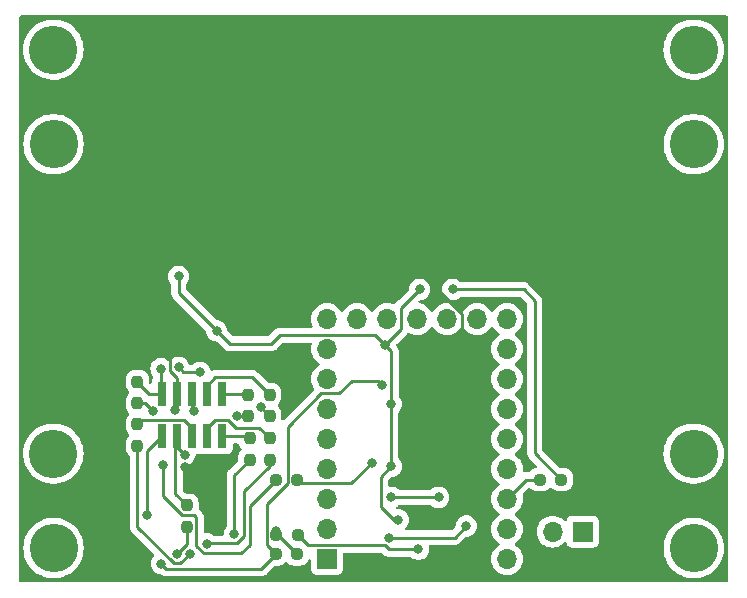
<source format=gbr>
%TF.GenerationSoftware,KiCad,Pcbnew,8.0.1-8.0.1-1~ubuntu22.04.1*%
%TF.CreationDate,2024-04-08T23:00:13-07:00*%
%TF.ProjectId,gps_interposer,6770735f-696e-4746-9572-706f7365722e,rev?*%
%TF.SameCoordinates,Original*%
%TF.FileFunction,Copper,L1,Top*%
%TF.FilePolarity,Positive*%
%FSLAX46Y46*%
G04 Gerber Fmt 4.6, Leading zero omitted, Abs format (unit mm)*
G04 Created by KiCad (PCBNEW 8.0.1-8.0.1-1~ubuntu22.04.1) date 2024-04-08 23:00:13*
%MOMM*%
%LPD*%
G01*
G04 APERTURE LIST*
G04 Aperture macros list*
%AMRoundRect*
0 Rectangle with rounded corners*
0 $1 Rounding radius*
0 $2 $3 $4 $5 $6 $7 $8 $9 X,Y pos of 4 corners*
0 Add a 4 corners polygon primitive as box body*
4,1,4,$2,$3,$4,$5,$6,$7,$8,$9,$2,$3,0*
0 Add four circle primitives for the rounded corners*
1,1,$1+$1,$2,$3*
1,1,$1+$1,$4,$5*
1,1,$1+$1,$6,$7*
1,1,$1+$1,$8,$9*
0 Add four rect primitives between the rounded corners*
20,1,$1+$1,$2,$3,$4,$5,0*
20,1,$1+$1,$4,$5,$6,$7,0*
20,1,$1+$1,$6,$7,$8,$9,0*
20,1,$1+$1,$8,$9,$2,$3,0*%
G04 Aperture macros list end*
%TA.AperFunction,ConnectorPad*%
%ADD10C,3.900000*%
%TD*%
%TA.AperFunction,ComponentPad*%
%ADD11C,4.100000*%
%TD*%
%TA.AperFunction,SMDPad,CuDef*%
%ADD12RoundRect,0.237500X0.250000X0.237500X-0.250000X0.237500X-0.250000X-0.237500X0.250000X-0.237500X0*%
%TD*%
%TA.AperFunction,SMDPad,CuDef*%
%ADD13RoundRect,0.237500X-0.250000X-0.237500X0.250000X-0.237500X0.250000X0.237500X-0.250000X0.237500X0*%
%TD*%
%TA.AperFunction,SMDPad,CuDef*%
%ADD14RoundRect,0.237500X-0.237500X0.250000X-0.237500X-0.250000X0.237500X-0.250000X0.237500X0.250000X0*%
%TD*%
%TA.AperFunction,SMDPad,CuDef*%
%ADD15RoundRect,0.237500X0.237500X-0.250000X0.237500X0.250000X-0.237500X0.250000X-0.237500X-0.250000X0*%
%TD*%
%TA.AperFunction,ComponentPad*%
%ADD16R,1.700000X1.700000*%
%TD*%
%TA.AperFunction,ComponentPad*%
%ADD17O,1.700000X1.700000*%
%TD*%
%TA.AperFunction,SMDPad,CuDef*%
%ADD18R,0.750000X2.100000*%
%TD*%
%TA.AperFunction,ViaPad*%
%ADD19C,0.800000*%
%TD*%
%TA.AperFunction,Conductor*%
%ADD20C,0.250000*%
%TD*%
G04 APERTURE END LIST*
D10*
%TO.P,H4,1,1*%
%TO.N,GND*%
X162900000Y-77900000D03*
D11*
X162900000Y-77900000D03*
%TD*%
D12*
%TO.P,R29,1*%
%TO.N,/RXD_M*%
X183525000Y-112600000D03*
%TO.P,R29,2*%
%TO.N,/RXD_C*%
X181700000Y-112600000D03*
%TD*%
D10*
%TO.P,H5,1,1*%
%TO.N,GND*%
X162890000Y-69900000D03*
D11*
X162890000Y-69900000D03*
%TD*%
D13*
%TO.P,R32,1*%
%TO.N,Net-(U3-3V3)*%
X204075000Y-106300000D03*
%TO.P,R32,2*%
%TO.N,+3.3V*%
X205900000Y-106300000D03*
%TD*%
D12*
%TO.P,R28,1*%
%TO.N,/RXD_M_3V0*%
X183600000Y-111000000D03*
%TO.P,R28,2*%
%TO.N,/RXD_M*%
X181775000Y-111000000D03*
%TD*%
D14*
%TO.P,R25,1*%
%TO.N,/ANT_BIAS_M*%
X179400000Y-99100000D03*
%TO.P,R25,2*%
%TO.N,/ANT_BIAS_C*%
X179400000Y-100925000D03*
%TD*%
D10*
%TO.P,H8,1,1*%
%TO.N,GND*%
X162890000Y-104100000D03*
D11*
X162890000Y-104100000D03*
%TD*%
D10*
%TO.P,H1,1,1*%
%TO.N,GND*%
X217100000Y-77900000D03*
D11*
X217100000Y-77900000D03*
%TD*%
D15*
%TO.P,R31,1*%
%TO.N,/TXD_C*%
X170000000Y-99825000D03*
%TO.P,R31,2*%
%TO.N,/TXD_M*%
X170000000Y-98000000D03*
%TD*%
D10*
%TO.P,H3,1,1*%
%TO.N,GND*%
X162900000Y-112100000D03*
D11*
X162900000Y-112100000D03*
%TD*%
D14*
%TO.P,R22,1*%
%TO.N,/BATT_M*%
X170000000Y-101600000D03*
%TO.P,R22,2*%
%TO.N,/BATT_C*%
X170000000Y-103425000D03*
%TD*%
D12*
%TO.P,R30,1*%
%TO.N,/TXD_C_3V0*%
X183525000Y-106300000D03*
%TO.P,R30,2*%
%TO.N,/TXD_C*%
X181700000Y-106300000D03*
%TD*%
D14*
%TO.P,R23,1*%
%TO.N,/RSVD7_M*%
X181200000Y-99100000D03*
%TO.P,R23,2*%
%TO.N,/RSVD7_C*%
X181200000Y-100925000D03*
%TD*%
D16*
%TO.P,J3,1,Pin_1*%
%TO.N,GND*%
X207700000Y-110700000D03*
D17*
%TO.P,J3,2,Pin_2*%
%TO.N,Net-(J3-Pin_2)*%
X205160000Y-110700000D03*
%TD*%
D10*
%TO.P,H2,1,1*%
%TO.N,GND*%
X217100000Y-112100000D03*
D11*
X217100000Y-112100000D03*
%TD*%
D10*
%TO.P,H7,1,1*%
%TO.N,GND*%
X217090000Y-104100000D03*
D11*
X217090000Y-104100000D03*
%TD*%
D10*
%TO.P,H6,1,1*%
%TO.N,GND*%
X217090000Y-69900000D03*
D11*
X217090000Y-69900000D03*
%TD*%
D14*
%TO.P,R33,1*%
%TO.N,/1PPS_M*%
X174200000Y-108475000D03*
%TO.P,R33,2*%
%TO.N,/1PPS_C*%
X174200000Y-110300000D03*
%TD*%
D18*
%TO.P,J1,1,Pin_1*%
%TO.N,/TXD_M*%
X172100000Y-99010000D03*
%TO.P,J1,2,Pin_2*%
%TO.N,/RXD_M*%
X172100000Y-102610000D03*
%TO.P,J1,3,Pin_3*%
%TO.N,+3V0*%
X173370000Y-99010000D03*
%TO.P,J1,4,Pin_4*%
%TO.N,/1PPS_M*%
X173370000Y-102610000D03*
%TO.P,J1,5,Pin_5*%
%TO.N,GND*%
X174640000Y-99010000D03*
%TO.P,J1,6,Pin_6*%
%TO.N,/BATT_M*%
X174640000Y-102610000D03*
%TO.P,J1,7,Pin_7*%
%TO.N,/RSVD7_M*%
X175910000Y-99010000D03*
%TO.P,J1,8,Pin_8*%
%TO.N,/RTCM_IN_M*%
X175910000Y-102610000D03*
%TO.P,J1,9,Pin_9*%
%TO.N,/ANT_BIAS_M*%
X177180000Y-99010000D03*
%TO.P,J1,10,Pin_10*%
%TO.N,/RSVD10_M*%
X177180000Y-102610000D03*
%TD*%
D16*
%TO.P,U3,1,GPIO0/SPI0_RX/I2C0_SDA/UART0_TX*%
%TO.N,Net-(U3-GPIO0{slash}SPI0_RX{slash}I2C0_SDA{slash}UART0_TX)*%
X186060000Y-113020000D03*
D17*
%TO.P,U3,2,GPIO1/SPI0_CSn/I2C0_SCL/UART0_RX*%
%TO.N,Net-(U3-GPIO1{slash}SPI0_CSn{slash}I2C0_SCL{slash}UART0_RX)*%
X186060000Y-110480000D03*
%TO.P,U3,3,GPIO2/SPI0_SCLK/I2C1_SDA*%
%TO.N,/1PPS_M_3V3*%
X186060000Y-107940000D03*
%TO.P,U3,4,GPIO3/SPI0_TX/I2C1_SCLK*%
%TO.N,unconnected-(U3-GPIO3{slash}SPI0_TX{slash}I2C1_SCLK-Pad4)*%
X186060000Y-105400000D03*
%TO.P,U3,5,GPIO4/SPI0_RX_I2C0_SDA/UART1_TX*%
%TO.N,Net-(U3-GPIO4{slash}SPI0_RX_I2C0_SDA{slash}UART1_TX)*%
X186060000Y-102860000D03*
%TO.P,U3,6,GPIO5/SPI0_CSn/I2C0_SCL/UART1_RX*%
%TO.N,Net-(U3-GPIO5{slash}SPI0_CSn{slash}I2C0_SCL{slash}UART1_RX)*%
X186060000Y-100320000D03*
%TO.P,U3,7,GPIO6/SPI0_SCK/I2C1_SDA*%
%TO.N,unconnected-(U3-GPIO6{slash}SPI0_SCK{slash}I2C1_SDA-Pad7)*%
X186060000Y-97780000D03*
%TO.P,U3,8,GPIO7/SPI0_TX/I2C1_SCL*%
%TO.N,unconnected-(U3-GPIO7{slash}SPI0_TX{slash}I2C1_SCL-Pad8)*%
X186060000Y-95240000D03*
%TO.P,U3,9,GPIO8/SPI1_RX/I2C0_SDA/UART1_TX*%
%TO.N,unconnected-(U3-GPIO8{slash}SPI1_RX{slash}I2C0_SDA{slash}UART1_TX-Pad9)*%
X186060000Y-92700000D03*
%TO.P,U3,10,GPIO9/SPI1_CSn/I2C0_SCL/UART1_RX*%
%TO.N,unconnected-(U3-GPIO9{slash}SPI1_CSn{slash}I2C0_SCL{slash}UART1_RX-Pad10)*%
X188600000Y-92700000D03*
%TO.P,U3,11,GPIO10/SPI1_SCK/I2C1_SDA*%
%TO.N,unconnected-(U3-GPIO10{slash}SPI1_SCK{slash}I2C1_SDA-Pad11)*%
X191140000Y-92700000D03*
%TO.P,U3,12,GPIO11/SPI1_TX/I2C1_SCL*%
%TO.N,unconnected-(U3-GPIO11{slash}SPI1_TX{slash}I2C1_SCL-Pad12)*%
X193680000Y-92700000D03*
%TO.P,U3,13,GPIO12/SPI1_RX/I1C0_SDA/UART0_TX*%
%TO.N,unconnected-(U3-GPIO12{slash}SPI1_RX{slash}I1C0_SDA{slash}UART0_TX-Pad13)*%
X196220000Y-92700000D03*
%TO.P,U3,14,GPIO13/SPI1_CSN/I2C0/SCL/UART0_RX*%
%TO.N,unconnected-(U3-GPIO13{slash}SPI1_CSN{slash}I2C0{slash}SCL{slash}UART0_RX-Pad14)*%
X198760000Y-92700000D03*
%TO.P,U3,15,GPIO14/SPI1_SCK/I2C1_SDA*%
%TO.N,unconnected-(U3-GPIO14{slash}SPI1_SCK{slash}I2C1_SDA-Pad15)*%
X201300000Y-92700000D03*
%TO.P,U3,16,GPIO15/SPI1_TX/I2C1_SCL*%
%TO.N,unconnected-(U3-GPIO15{slash}SPI1_TX{slash}I2C1_SCL-Pad16)*%
X201300000Y-95240000D03*
%TO.P,U3,17,GPIO26/ADC0/I2C1_SDA*%
%TO.N,unconnected-(U3-GPIO26{slash}ADC0{slash}I2C1_SDA-Pad17)*%
X201300000Y-97780000D03*
%TO.P,U3,18,GPIO27/ADC1/I2C1_SCL*%
%TO.N,unconnected-(U3-GPIO27{slash}ADC1{slash}I2C1_SCL-Pad18)*%
X201300000Y-100320000D03*
%TO.P,U3,19,GPIO28/ADC2*%
%TO.N,unconnected-(U3-GPIO28{slash}ADC2-Pad19)*%
X201300000Y-102860000D03*
%TO.P,U3,20,GPIO29/ADC3*%
%TO.N,unconnected-(U3-GPIO29{slash}ADC3-Pad20)*%
X201300000Y-105400000D03*
%TO.P,U3,21,3V3*%
%TO.N,Net-(U3-3V3)*%
X201300000Y-107940000D03*
%TO.P,U3,22,GND*%
%TO.N,GND*%
X201300000Y-110480000D03*
%TO.P,U3,23,VSYS*%
%TO.N,Net-(J3-Pin_2)*%
X201300000Y-113020000D03*
%TD*%
D14*
%TO.P,R26,1*%
%TO.N,/RSVD10_M*%
X179500000Y-102800000D03*
%TO.P,R26,2*%
%TO.N,/RSVD10_C*%
X179500000Y-104625000D03*
%TD*%
%TO.P,R24,1*%
%TO.N,/RTCM_IN_M*%
X181200000Y-102800000D03*
%TO.P,R24,2*%
%TO.N,/RTCM_IN_C*%
X181200000Y-104625000D03*
%TD*%
D19*
%TO.N,/RXD_M*%
X170800000Y-109275000D03*
X181737500Y-110622984D03*
%TO.N,GND*%
X174775000Y-100500000D03*
%TO.N,+3V0*%
X173225000Y-100422984D03*
X196800000Y-105200000D03*
X172400000Y-92700000D03*
X196800000Y-99700000D03*
X174000000Y-105200000D03*
X171500000Y-87300000D03*
X197672518Y-95395876D03*
X197500000Y-98200000D03*
%TO.N,/1PPS_M*%
X174000000Y-104200000D03*
%TO.N,/TXD_M*%
X173500000Y-96800000D03*
X175300000Y-97200000D03*
X195500000Y-107800000D03*
X172000000Y-96900000D03*
X191500000Y-107800000D03*
%TO.N,/1PPS_C*%
X173361838Y-112561838D03*
%TO.N,/ANT_BIAS_C*%
X178400000Y-100900000D03*
%TO.N,/RTCM_IN_C*%
X175935508Y-111739492D03*
%TO.N,/RXD_C*%
X190725000Y-98309478D03*
X172023417Y-113415450D03*
%TO.N,/RSVD7_C*%
X180500000Y-100175000D03*
%TO.N,/RSVD10_C*%
X178200000Y-110900000D03*
%TO.N,/BATT_C*%
X174464770Y-112554923D03*
%TO.N,/TXD_C*%
X171292604Y-100475975D03*
X172140000Y-105100000D03*
%TO.N,+3.3V*%
X190966727Y-94900001D03*
X176700000Y-93700000D03*
X173500000Y-89100000D03*
X196700000Y-90200000D03*
X191500000Y-99900000D03*
X193900000Y-90200000D03*
X191481371Y-105185355D03*
X192100000Y-109700000D03*
%TO.N,Net-(U1-DIR)*%
X197844725Y-110214433D03*
X191308431Y-111202529D03*
%TO.N,/TXD_C_3V0*%
X189850000Y-104850000D03*
%TO.N,/RXD_M_3V0*%
X193800000Y-112200000D03*
%TD*%
D20*
%TO.N,/RTCM_IN_M*%
X178374695Y-101900000D02*
X180300000Y-101900000D01*
X180300000Y-101900000D02*
X181200000Y-102800000D01*
X176610000Y-101235000D02*
X177709695Y-101235000D01*
X175910000Y-102610000D02*
X175910000Y-101935000D01*
X177709695Y-101235000D02*
X178374695Y-101900000D01*
X175910000Y-101935000D02*
X176610000Y-101235000D01*
%TO.N,/RXD_M*%
X181775000Y-111000000D02*
X181925000Y-111000000D01*
X170800000Y-103910000D02*
X170800000Y-109275000D01*
X181737500Y-110962500D02*
X181737500Y-110622984D01*
X172100000Y-102610000D02*
X170800000Y-103910000D01*
X181775000Y-111000000D02*
X181737500Y-110962500D01*
X181925000Y-111000000D02*
X183525000Y-112600000D01*
%TO.N,GND*%
X174640000Y-99010000D02*
X174640000Y-100365000D01*
X174640000Y-100365000D02*
X174775000Y-100500000D01*
%TO.N,/RSVD7_M*%
X176610000Y-97635000D02*
X179735000Y-97635000D01*
X179735000Y-97635000D02*
X181200000Y-99100000D01*
X175910000Y-98335000D02*
X176610000Y-97635000D01*
X175910000Y-99010000D02*
X175910000Y-98335000D01*
%TO.N,/BATT_M*%
X170365000Y-101235000D02*
X170000000Y-101600000D01*
X174640000Y-102610000D02*
X174640000Y-101935000D01*
X174640000Y-101935000D02*
X173940000Y-101235000D01*
X173940000Y-101235000D02*
X170365000Y-101235000D01*
%TO.N,+3V0*%
X170700000Y-91600000D02*
X171800000Y-92700000D01*
X173370000Y-99010000D02*
X173370000Y-100277984D01*
X197500000Y-95900000D02*
X197500000Y-99000000D01*
X197500000Y-92318299D02*
X192481701Y-87300000D01*
X171500000Y-87300000D02*
X170700000Y-88100000D01*
X197500000Y-95900000D02*
X197500000Y-92318299D01*
X171800000Y-92700000D02*
X172400000Y-92700000D01*
X197672518Y-95395876D02*
X197500000Y-95568394D01*
X170700000Y-88100000D02*
X170700000Y-91600000D01*
X196800000Y-99700000D02*
X196800000Y-102600000D01*
X172775000Y-97115000D02*
X172775000Y-93075000D01*
X173370000Y-99010000D02*
X173370000Y-97710000D01*
X196800000Y-103300000D02*
X196800000Y-105200000D01*
X172775000Y-93075000D02*
X172400000Y-92700000D01*
X196800000Y-102600000D02*
X196800000Y-103300000D01*
X197500000Y-95568394D02*
X197500000Y-95900000D01*
X173370000Y-100277984D02*
X173225000Y-100422984D01*
X192481701Y-87300000D02*
X171500000Y-87300000D01*
X197500000Y-99000000D02*
X196800000Y-99700000D01*
X173370000Y-97710000D02*
X172775000Y-97115000D01*
%TO.N,/ANT_BIAS_M*%
X177180000Y-99010000D02*
X179310000Y-99010000D01*
X179310000Y-99010000D02*
X179400000Y-99100000D01*
%TO.N,/1PPS_M*%
X174200000Y-108475000D02*
X173225000Y-107500000D01*
X173225000Y-102755000D02*
X173370000Y-102610000D01*
X173225000Y-107500000D02*
X173225000Y-102755000D01*
X173370000Y-103570000D02*
X174000000Y-104200000D01*
X173370000Y-102610000D02*
X173370000Y-103570000D01*
%TO.N,/TXD_M*%
X172000000Y-96900000D02*
X172000000Y-98910000D01*
X173900000Y-97200000D02*
X173500000Y-96800000D01*
X175300000Y-97200000D02*
X173900000Y-97200000D01*
X172100000Y-99010000D02*
X171010000Y-99010000D01*
X171010000Y-99010000D02*
X170000000Y-98000000D01*
X172000000Y-98910000D02*
X172100000Y-99010000D01*
X195500000Y-107800000D02*
X191500000Y-107800000D01*
%TO.N,/RSVD10_M*%
X179310000Y-102610000D02*
X179500000Y-102800000D01*
X177180000Y-102610000D02*
X179310000Y-102610000D01*
%TO.N,/1PPS_C*%
X174200000Y-110300000D02*
X174200000Y-111723677D01*
X174200000Y-111723677D02*
X173361838Y-112561838D01*
%TO.N,/ANT_BIAS_C*%
X178425000Y-100925000D02*
X178400000Y-100900000D01*
X179400000Y-100925000D02*
X178425000Y-100925000D01*
%TO.N,/RTCM_IN_C*%
X179050000Y-107262500D02*
X179050000Y-111075306D01*
X178425305Y-111700000D02*
X175975000Y-111700000D01*
X179050000Y-111075306D02*
X178425305Y-111700000D01*
X181200000Y-104625000D02*
X181200000Y-105112500D01*
X181200000Y-105112500D02*
X179050000Y-107262500D01*
X175975000Y-111700000D02*
X175935508Y-111739492D01*
%TO.N,/RXD_C*%
X190365522Y-97950000D02*
X190725000Y-98309478D01*
X185528299Y-99000000D02*
X187100000Y-99000000D01*
X172457967Y-113850000D02*
X172023417Y-113415450D01*
X182712500Y-101815799D02*
X185528299Y-99000000D01*
X180450000Y-113850000D02*
X172457967Y-113850000D01*
X187100000Y-99000000D02*
X188150000Y-97950000D01*
X181700000Y-112600000D02*
X180450000Y-113850000D01*
X182712500Y-106577076D02*
X182712500Y-101815799D01*
X188150000Y-97950000D02*
X190365522Y-97950000D01*
X181700000Y-112600000D02*
X180962500Y-111862500D01*
X180962500Y-108327076D02*
X182712500Y-106577076D01*
X180962500Y-111862500D02*
X180962500Y-108327076D01*
%TO.N,/RSVD7_C*%
X181200000Y-100925000D02*
X180500000Y-100225000D01*
X180500000Y-100225000D02*
X180500000Y-100175000D01*
%TO.N,/RSVD10_C*%
X179500000Y-104625000D02*
X178200000Y-105925000D01*
X178200000Y-105925000D02*
X178200000Y-110900000D01*
%TO.N,/BATT_C*%
X170000000Y-103425000D02*
X170000000Y-110296016D01*
X170000000Y-110296016D02*
X173078984Y-113375000D01*
X173644693Y-113375000D02*
X174464770Y-112554923D01*
X173078984Y-113375000D02*
X173644693Y-113375000D01*
%TO.N,/TXD_C*%
X172140000Y-107704576D02*
X172140000Y-105100000D01*
X179500000Y-111800000D02*
X178750000Y-112550000D01*
X170641629Y-99825000D02*
X171292604Y-100475975D01*
X175000000Y-109500000D02*
X174800000Y-109300000D01*
X170000000Y-99825000D02*
X170641629Y-99825000D01*
X181700000Y-106300000D02*
X179500000Y-108500000D01*
X174800000Y-109300000D02*
X173735424Y-109300000D01*
X175650000Y-112550000D02*
X175000000Y-111900000D01*
X175000000Y-111900000D02*
X175000000Y-109500000D01*
X173735424Y-109300000D02*
X172140000Y-107704576D01*
X178750000Y-112550000D02*
X175650000Y-112550000D01*
X179500000Y-108500000D02*
X179500000Y-111800000D01*
%TO.N,+3.3V*%
X173500000Y-89100000D02*
X173500000Y-90500000D01*
X190131726Y-94065000D02*
X182035000Y-94065000D01*
X192315000Y-93551728D02*
X190966727Y-94900001D01*
X181300000Y-94800000D02*
X177800000Y-94800000D01*
X192315000Y-91785000D02*
X192315000Y-93551728D01*
X191481371Y-104418629D02*
X191481371Y-99918629D01*
X190623008Y-108623008D02*
X190623008Y-106043718D01*
X202400000Y-90200000D02*
X196700000Y-90200000D01*
X190966727Y-94900001D02*
X190131726Y-94065000D01*
X203635000Y-91135000D02*
X202700000Y-90200000D01*
X205900000Y-106300000D02*
X203635000Y-104035000D01*
X191700000Y-109700000D02*
X190623008Y-108623008D01*
X193900000Y-90200000D02*
X192315000Y-91785000D01*
X203635000Y-104035000D02*
X203635000Y-91135000D01*
X192100000Y-109700000D02*
X191700000Y-109700000D01*
X177800000Y-94800000D02*
X176700000Y-93700000D01*
X191500000Y-95433274D02*
X190966727Y-94900001D01*
X190623008Y-106043718D02*
X191481371Y-105185355D01*
X191481371Y-99918629D02*
X191500000Y-99900000D01*
X191500000Y-99900000D02*
X191500000Y-95433274D01*
X182035000Y-94065000D02*
X181300000Y-94800000D01*
X173500000Y-90500000D02*
X176700000Y-93700000D01*
X191481371Y-104418629D02*
X191481371Y-105185355D01*
X202700000Y-90200000D02*
X202400000Y-90200000D01*
%TO.N,Net-(U1-DIR)*%
X197844725Y-110214433D02*
X196856629Y-111202529D01*
X196856629Y-111202529D02*
X191308431Y-111202529D01*
%TO.N,/TXD_C_3V0*%
X183800000Y-106575000D02*
X188125000Y-106575000D01*
X188125000Y-106575000D02*
X189850000Y-104850000D01*
X183525000Y-106300000D02*
X183800000Y-106575000D01*
%TO.N,/RXD_M_3V0*%
X190925597Y-111845000D02*
X191280597Y-112200000D01*
X191280597Y-112200000D02*
X193800000Y-112200000D01*
X184445000Y-111845000D02*
X190925597Y-111845000D01*
X183600000Y-111000000D02*
X184445000Y-111845000D01*
%TO.N,Net-(U3-3V3)*%
X202940000Y-106300000D02*
X201300000Y-107940000D01*
X204075000Y-106300000D02*
X202940000Y-106300000D01*
%TD*%
%TA.AperFunction,Conductor*%
%TO.N,+3V0*%
G36*
X178524004Y-103255185D02*
G01*
X178569759Y-103307989D01*
X178574668Y-103320487D01*
X178575721Y-103323664D01*
X178589092Y-103364015D01*
X178589093Y-103364018D01*
X178679661Y-103510851D01*
X178793629Y-103624819D01*
X178827114Y-103686142D01*
X178822130Y-103755834D01*
X178793629Y-103800181D01*
X178679661Y-103914148D01*
X178589093Y-104060981D01*
X178589091Y-104060986D01*
X178574906Y-104103793D01*
X178534826Y-104224747D01*
X178534826Y-104224748D01*
X178534825Y-104224748D01*
X178524500Y-104325815D01*
X178524500Y-104664546D01*
X178504815Y-104731585D01*
X178488181Y-104752227D01*
X178139909Y-105100500D01*
X177801269Y-105439140D01*
X177801267Y-105439142D01*
X177760749Y-105479660D01*
X177714142Y-105526266D01*
X177686304Y-105567929D01*
X177686303Y-105567928D01*
X177645692Y-105628707D01*
X177645685Y-105628719D01*
X177626723Y-105674500D01*
X177624141Y-105680734D01*
X177619391Y-105692202D01*
X177598536Y-105742550D01*
X177598535Y-105742551D01*
X177593855Y-105766087D01*
X177593855Y-105766089D01*
X177575527Y-105858233D01*
X177575525Y-105858239D01*
X177574501Y-105863383D01*
X177574500Y-105863398D01*
X177574500Y-110201312D01*
X177554815Y-110268351D01*
X177542650Y-110284284D01*
X177467466Y-110367784D01*
X177372821Y-110531715D01*
X177372818Y-110531722D01*
X177314327Y-110711740D01*
X177314326Y-110711744D01*
X177294540Y-110900000D01*
X177298485Y-110937540D01*
X177285917Y-111006268D01*
X177238185Y-111057292D01*
X177175165Y-111074500D01*
X176592537Y-111074500D01*
X176525498Y-111054815D01*
X176519652Y-111050818D01*
X176388242Y-110955343D01*
X176388237Y-110955340D01*
X176215315Y-110878349D01*
X176215310Y-110878347D01*
X176069509Y-110847357D01*
X176030154Y-110838992D01*
X175840862Y-110838992D01*
X175775279Y-110852931D01*
X175705613Y-110847615D01*
X175649879Y-110805477D01*
X175625775Y-110739897D01*
X175625500Y-110731641D01*
X175625500Y-109438396D01*
X175625500Y-109438394D01*
X175601463Y-109317548D01*
X175583839Y-109275000D01*
X175581962Y-109270468D01*
X175581947Y-109270435D01*
X175581932Y-109270397D01*
X175554312Y-109203715D01*
X175543477Y-109187500D01*
X175485859Y-109101268D01*
X175471331Y-109086740D01*
X175292922Y-108908332D01*
X175292918Y-108908327D01*
X175211818Y-108827227D01*
X175178333Y-108765904D01*
X175175499Y-108739554D01*
X175175499Y-108175824D01*
X175174893Y-108169895D01*
X175165174Y-108074747D01*
X175159327Y-108057101D01*
X175110908Y-107910984D01*
X175020340Y-107764150D01*
X174898350Y-107642160D01*
X174751516Y-107551592D01*
X174587753Y-107497326D01*
X174587751Y-107497325D01*
X174486684Y-107487000D01*
X174486677Y-107487000D01*
X174147952Y-107487000D01*
X174080913Y-107467315D01*
X174060271Y-107450681D01*
X173886819Y-107277229D01*
X173853334Y-107215906D01*
X173850500Y-107189548D01*
X173850500Y-105224500D01*
X173870185Y-105157461D01*
X173922989Y-105111706D01*
X173974500Y-105100500D01*
X174094644Y-105100500D01*
X174094646Y-105100500D01*
X174279803Y-105061144D01*
X174452730Y-104984151D01*
X174605871Y-104872888D01*
X174732533Y-104732216D01*
X174827179Y-104568284D01*
X174885674Y-104388256D01*
X174897941Y-104271535D01*
X174924526Y-104206923D01*
X174981823Y-104166938D01*
X175021262Y-104160499D01*
X175062871Y-104160499D01*
X175062872Y-104160499D01*
X175122483Y-104154091D01*
X175231670Y-104113366D01*
X175301358Y-104108383D01*
X175318316Y-104113361D01*
X175427517Y-104154091D01*
X175487127Y-104160500D01*
X176332872Y-104160499D01*
X176392483Y-104154091D01*
X176501670Y-104113366D01*
X176571358Y-104108383D01*
X176588316Y-104113361D01*
X176697517Y-104154091D01*
X176757127Y-104160500D01*
X177602872Y-104160499D01*
X177662483Y-104154091D01*
X177797331Y-104103796D01*
X177912546Y-104017546D01*
X177998796Y-103902331D01*
X178049091Y-103767483D01*
X178055500Y-103707873D01*
X178055500Y-103359500D01*
X178075185Y-103292461D01*
X178127989Y-103246706D01*
X178179500Y-103235500D01*
X178456965Y-103235500D01*
X178524004Y-103255185D01*
G37*
%TD.AperFunction*%
%TA.AperFunction,Conductor*%
G36*
X219943039Y-67019685D02*
G01*
X219988794Y-67072489D01*
X220000000Y-67124000D01*
X220000000Y-114866000D01*
X219980315Y-114933039D01*
X219927511Y-114978794D01*
X219876000Y-114990000D01*
X160124000Y-114990000D01*
X160056961Y-114970315D01*
X160011206Y-114917511D01*
X160000000Y-114866000D01*
X160000000Y-112100005D01*
X160344457Y-112100005D01*
X160364606Y-112420283D01*
X160364607Y-112420290D01*
X160383932Y-112521594D01*
X160424110Y-112732216D01*
X160424745Y-112735542D01*
X160523916Y-113040759D01*
X160523918Y-113040764D01*
X160660558Y-113331138D01*
X160660562Y-113331144D01*
X160832520Y-113602108D01*
X160832522Y-113602111D01*
X161037087Y-113849388D01*
X161037089Y-113849390D01*
X161110020Y-113917876D01*
X161271034Y-114069078D01*
X161271044Y-114069086D01*
X161530660Y-114257708D01*
X161530666Y-114257711D01*
X161530672Y-114257716D01*
X161811903Y-114412324D01*
X162110294Y-114530466D01*
X162110293Y-114530466D01*
X162421135Y-114610276D01*
X162421139Y-114610277D01*
X162487935Y-114618715D01*
X162739524Y-114650499D01*
X162739533Y-114650499D01*
X162739536Y-114650500D01*
X162739538Y-114650500D01*
X163060462Y-114650500D01*
X163060464Y-114650500D01*
X163060467Y-114650499D01*
X163060475Y-114650499D01*
X163250463Y-114626497D01*
X163378861Y-114610277D01*
X163689706Y-114530466D01*
X163988097Y-114412324D01*
X164269328Y-114257716D01*
X164528964Y-114069080D01*
X164762911Y-113849390D01*
X164967478Y-113602110D01*
X165139439Y-113331142D01*
X165276084Y-113040758D01*
X165375256Y-112735538D01*
X165435392Y-112420294D01*
X165435393Y-112420283D01*
X165455543Y-112100005D01*
X165455543Y-112099994D01*
X165435393Y-111779716D01*
X165435392Y-111779709D01*
X165435392Y-111779706D01*
X165375256Y-111464462D01*
X165276084Y-111159242D01*
X165276081Y-111159235D01*
X165139441Y-110868861D01*
X165139437Y-110868855D01*
X165136365Y-110864015D01*
X165042054Y-110715403D01*
X164967479Y-110597891D01*
X164967477Y-110597888D01*
X164762912Y-110350611D01*
X164528965Y-110130921D01*
X164528955Y-110130913D01*
X164269339Y-109942291D01*
X164269321Y-109942280D01*
X163988096Y-109787675D01*
X163988093Y-109787674D01*
X163763444Y-109698729D01*
X163689706Y-109669534D01*
X163689704Y-109669533D01*
X163689706Y-109669533D01*
X163378864Y-109589723D01*
X163378851Y-109589721D01*
X163060475Y-109549500D01*
X163060464Y-109549500D01*
X162739536Y-109549500D01*
X162739524Y-109549500D01*
X162421148Y-109589721D01*
X162421135Y-109589723D01*
X162110294Y-109669533D01*
X161811906Y-109787674D01*
X161811903Y-109787675D01*
X161530678Y-109942280D01*
X161530660Y-109942291D01*
X161271044Y-110130913D01*
X161271034Y-110130921D01*
X161037087Y-110350611D01*
X160832522Y-110597888D01*
X160832520Y-110597891D01*
X160660562Y-110868855D01*
X160660558Y-110868861D01*
X160523918Y-111159235D01*
X160523916Y-111159240D01*
X160424745Y-111464457D01*
X160364607Y-111779709D01*
X160364606Y-111779716D01*
X160344457Y-112099994D01*
X160344457Y-112100005D01*
X160000000Y-112100005D01*
X160000000Y-104100005D01*
X160334457Y-104100005D01*
X160354606Y-104420283D01*
X160354607Y-104420290D01*
X160378923Y-104547756D01*
X160414110Y-104732216D01*
X160414745Y-104735542D01*
X160513916Y-105040759D01*
X160513918Y-105040764D01*
X160650558Y-105331138D01*
X160650562Y-105331144D01*
X160822520Y-105602108D01*
X160822522Y-105602111D01*
X160997930Y-105814143D01*
X161027089Y-105849390D01*
X161236988Y-106046497D01*
X161261034Y-106069078D01*
X161261044Y-106069086D01*
X161520660Y-106257708D01*
X161520666Y-106257711D01*
X161520672Y-106257716D01*
X161801903Y-106412324D01*
X162100294Y-106530466D01*
X162100293Y-106530466D01*
X162380499Y-106602410D01*
X162411139Y-106610277D01*
X162477935Y-106618715D01*
X162729524Y-106650499D01*
X162729533Y-106650499D01*
X162729536Y-106650500D01*
X162729538Y-106650500D01*
X163050462Y-106650500D01*
X163050464Y-106650500D01*
X163050467Y-106650499D01*
X163050475Y-106650499D01*
X163240463Y-106626497D01*
X163368861Y-106610277D01*
X163679706Y-106530466D01*
X163978097Y-106412324D01*
X164259328Y-106257716D01*
X164518964Y-106069080D01*
X164752911Y-105849390D01*
X164957478Y-105602110D01*
X165129439Y-105331142D01*
X165266084Y-105040758D01*
X165365256Y-104735538D01*
X165425392Y-104420294D01*
X165427270Y-104390445D01*
X165445543Y-104100005D01*
X165445543Y-104099994D01*
X165425393Y-103779716D01*
X165425392Y-103779709D01*
X165425392Y-103779706D01*
X165414798Y-103724169D01*
X169024500Y-103724169D01*
X169024501Y-103724187D01*
X169034825Y-103825252D01*
X169064283Y-103914148D01*
X169089092Y-103989016D01*
X169179660Y-104135850D01*
X169301650Y-104257840D01*
X169313920Y-104265408D01*
X169315596Y-104266442D01*
X169362321Y-104318390D01*
X169374500Y-104371981D01*
X169374500Y-110357622D01*
X169382308Y-110396882D01*
X169393692Y-110454112D01*
X169393692Y-110454113D01*
X169398534Y-110478460D01*
X169445688Y-110592303D01*
X169466190Y-110622984D01*
X169466191Y-110622986D01*
X169514141Y-110694748D01*
X169514144Y-110694752D01*
X169605586Y-110786194D01*
X169605608Y-110786214D01*
X171402760Y-112583366D01*
X171436245Y-112644689D01*
X171431261Y-112714381D01*
X171407229Y-112754019D01*
X171290883Y-112883235D01*
X171196238Y-113047165D01*
X171196235Y-113047172D01*
X171150419Y-113188181D01*
X171137743Y-113227194D01*
X171117957Y-113415450D01*
X171137743Y-113603706D01*
X171137744Y-113603709D01*
X171196235Y-113783727D01*
X171196238Y-113783734D01*
X171290884Y-113947666D01*
X171390675Y-114058495D01*
X171417546Y-114088338D01*
X171570682Y-114199598D01*
X171570687Y-114199601D01*
X171743609Y-114276592D01*
X171743614Y-114276594D01*
X171928771Y-114315950D01*
X171991824Y-114315950D01*
X172058863Y-114335635D01*
X172060715Y-114336848D01*
X172161677Y-114404309D01*
X172161678Y-114404309D01*
X172161682Y-114404312D01*
X172228363Y-114431931D01*
X172228365Y-114431933D01*
X172275510Y-114451461D01*
X172275515Y-114451463D01*
X172295564Y-114455451D01*
X172329163Y-114462134D01*
X172396359Y-114475501D01*
X172396361Y-114475501D01*
X172525688Y-114475501D01*
X172525708Y-114475500D01*
X180511607Y-114475500D01*
X180572029Y-114463481D01*
X180632452Y-114451463D01*
X180671782Y-114435172D01*
X180746286Y-114404312D01*
X180806479Y-114364091D01*
X180848733Y-114335858D01*
X180935858Y-114248733D01*
X180935859Y-114248731D01*
X180942925Y-114241665D01*
X180942928Y-114241661D01*
X181572771Y-113611818D01*
X181634094Y-113578333D01*
X181660452Y-113575499D01*
X181999170Y-113575499D01*
X181999176Y-113575499D01*
X182100253Y-113565174D01*
X182264016Y-113510908D01*
X182410850Y-113420340D01*
X182524819Y-113306371D01*
X182586142Y-113272886D01*
X182655834Y-113277870D01*
X182700181Y-113306371D01*
X182814150Y-113420340D01*
X182960984Y-113510908D01*
X183124747Y-113565174D01*
X183225823Y-113575500D01*
X183824176Y-113575499D01*
X183824184Y-113575498D01*
X183824187Y-113575498D01*
X183879530Y-113569844D01*
X183925253Y-113565174D01*
X184089016Y-113510908D01*
X184235850Y-113420340D01*
X184357840Y-113298350D01*
X184448408Y-113151516D01*
X184467795Y-113093008D01*
X184507566Y-113035566D01*
X184572082Y-113008742D01*
X184640857Y-113021057D01*
X184692058Y-113068599D01*
X184709500Y-113132014D01*
X184709500Y-113917870D01*
X184709501Y-113917876D01*
X184715908Y-113977483D01*
X184766202Y-114112328D01*
X184766206Y-114112335D01*
X184852452Y-114227544D01*
X184852455Y-114227547D01*
X184967664Y-114313793D01*
X184967671Y-114313797D01*
X185102517Y-114364091D01*
X185102516Y-114364091D01*
X185109444Y-114364835D01*
X185162127Y-114370500D01*
X186957872Y-114370499D01*
X187017483Y-114364091D01*
X187152331Y-114313796D01*
X187267546Y-114227546D01*
X187353796Y-114112331D01*
X187404091Y-113977483D01*
X187410500Y-113917873D01*
X187410499Y-112594499D01*
X187430184Y-112527461D01*
X187482987Y-112481706D01*
X187534499Y-112470500D01*
X190615145Y-112470500D01*
X190682184Y-112490185D01*
X190702826Y-112506819D01*
X190791613Y-112595606D01*
X190791642Y-112595637D01*
X190881861Y-112685856D01*
X190881864Y-112685858D01*
X190938639Y-112723793D01*
X190938640Y-112723795D01*
X190956215Y-112735538D01*
X190984312Y-112754312D01*
X191030724Y-112773536D01*
X191030725Y-112773537D01*
X191067596Y-112788809D01*
X191098145Y-112801463D01*
X191158568Y-112813481D01*
X191218990Y-112825500D01*
X191218991Y-112825500D01*
X193096252Y-112825500D01*
X193163291Y-112845185D01*
X193188400Y-112866526D01*
X193194126Y-112872885D01*
X193194130Y-112872889D01*
X193347265Y-112984148D01*
X193347270Y-112984151D01*
X193520192Y-113061142D01*
X193520197Y-113061144D01*
X193705354Y-113100500D01*
X193705355Y-113100500D01*
X193894644Y-113100500D01*
X193894646Y-113100500D01*
X194079803Y-113061144D01*
X194252730Y-112984151D01*
X194405871Y-112872888D01*
X194532533Y-112732216D01*
X194627179Y-112568284D01*
X194685674Y-112388256D01*
X194705460Y-112200000D01*
X194685674Y-112011744D01*
X194679843Y-111993797D01*
X194678722Y-111990346D01*
X194676727Y-111920505D01*
X194712808Y-111860672D01*
X194775509Y-111829845D01*
X194796653Y-111828029D01*
X196918236Y-111828029D01*
X196978658Y-111816010D01*
X197039081Y-111803992D01*
X197089125Y-111783263D01*
X197152915Y-111756841D01*
X197216817Y-111714142D01*
X197255362Y-111688387D01*
X197342487Y-111601262D01*
X197342488Y-111601259D01*
X197349554Y-111594194D01*
X197349556Y-111594190D01*
X197792496Y-111151252D01*
X197853819Y-111117767D01*
X197880177Y-111114933D01*
X197939369Y-111114933D01*
X197939371Y-111114933D01*
X198124528Y-111075577D01*
X198297455Y-110998584D01*
X198450596Y-110887321D01*
X198577258Y-110746649D01*
X198671904Y-110582717D01*
X198730399Y-110402689D01*
X198750185Y-110214433D01*
X198730399Y-110026177D01*
X198671904Y-109846149D01*
X198577258Y-109682217D01*
X198450596Y-109541545D01*
X198429151Y-109525964D01*
X198297459Y-109430284D01*
X198297454Y-109430281D01*
X198124532Y-109353290D01*
X198124527Y-109353288D01*
X197956364Y-109317545D01*
X197939371Y-109313933D01*
X197750079Y-109313933D01*
X197733086Y-109317545D01*
X197564922Y-109353288D01*
X197564917Y-109353290D01*
X197391995Y-109430281D01*
X197391990Y-109430284D01*
X197238854Y-109541544D01*
X197112191Y-109682218D01*
X197017546Y-109846148D01*
X197017543Y-109846155D01*
X196959052Y-110026173D01*
X196959051Y-110026177D01*
X196952262Y-110090768D01*
X196941403Y-110194084D01*
X196914818Y-110258699D01*
X196905763Y-110268803D01*
X196633856Y-110540711D01*
X196572536Y-110574195D01*
X196546177Y-110577029D01*
X192800570Y-110577029D01*
X192733531Y-110557344D01*
X192687776Y-110504540D01*
X192677832Y-110435382D01*
X192706857Y-110371826D01*
X192708420Y-110370057D01*
X192717586Y-110359877D01*
X192832533Y-110232216D01*
X192927179Y-110068284D01*
X192985674Y-109888256D01*
X193005460Y-109700000D01*
X192985674Y-109511744D01*
X192927179Y-109331716D01*
X192832533Y-109167784D01*
X192705871Y-109027112D01*
X192705870Y-109027111D01*
X192552734Y-108915851D01*
X192552729Y-108915848D01*
X192379807Y-108838857D01*
X192379802Y-108838855D01*
X192222681Y-108805459D01*
X192194646Y-108799500D01*
X192037961Y-108799500D01*
X191970922Y-108779815D01*
X191925167Y-108727011D01*
X191915223Y-108657853D01*
X191944248Y-108594297D01*
X191965076Y-108575182D01*
X192057207Y-108508243D01*
X192105871Y-108472888D01*
X192108788Y-108469647D01*
X192111600Y-108466526D01*
X192171087Y-108429879D01*
X192203748Y-108425500D01*
X194796252Y-108425500D01*
X194863291Y-108445185D01*
X194888400Y-108466526D01*
X194894126Y-108472885D01*
X194894130Y-108472889D01*
X195047265Y-108584148D01*
X195047270Y-108584151D01*
X195220192Y-108661142D01*
X195220197Y-108661144D01*
X195405354Y-108700500D01*
X195405355Y-108700500D01*
X195594644Y-108700500D01*
X195594646Y-108700500D01*
X195779803Y-108661144D01*
X195952730Y-108584151D01*
X196105871Y-108472888D01*
X196232533Y-108332216D01*
X196327179Y-108168284D01*
X196385674Y-107988256D01*
X196405460Y-107800000D01*
X196385674Y-107611744D01*
X196327179Y-107431716D01*
X196232533Y-107267784D01*
X196105871Y-107127112D01*
X196105870Y-107127111D01*
X195952734Y-107015851D01*
X195952729Y-107015848D01*
X195779807Y-106938857D01*
X195779802Y-106938855D01*
X195634001Y-106907865D01*
X195594646Y-106899500D01*
X195405354Y-106899500D01*
X195372897Y-106906398D01*
X195220197Y-106938855D01*
X195220192Y-106938857D01*
X195047270Y-107015848D01*
X195047265Y-107015851D01*
X194894130Y-107127110D01*
X194894126Y-107127114D01*
X194888400Y-107133474D01*
X194828913Y-107170121D01*
X194796252Y-107174500D01*
X192203748Y-107174500D01*
X192136709Y-107154815D01*
X192111600Y-107133474D01*
X192105873Y-107127114D01*
X192105869Y-107127110D01*
X191952734Y-107015851D01*
X191952729Y-107015848D01*
X191779807Y-106938857D01*
X191779802Y-106938855D01*
X191634001Y-106907865D01*
X191594646Y-106899500D01*
X191405354Y-106899500D01*
X191398281Y-106901003D01*
X191328614Y-106895682D01*
X191272883Y-106853541D01*
X191248783Y-106787960D01*
X191248508Y-106779711D01*
X191248508Y-106354170D01*
X191268193Y-106287131D01*
X191284827Y-106266489D01*
X191429142Y-106122174D01*
X191490465Y-106088689D01*
X191516823Y-106085855D01*
X191576015Y-106085855D01*
X191576017Y-106085855D01*
X191761174Y-106046499D01*
X191934101Y-105969506D01*
X192087242Y-105858243D01*
X192095214Y-105849390D01*
X192132613Y-105807853D01*
X192213904Y-105717571D01*
X192308550Y-105553639D01*
X192367045Y-105373611D01*
X192386831Y-105185355D01*
X192367045Y-104997099D01*
X192308550Y-104817071D01*
X192213904Y-104653139D01*
X192138721Y-104569639D01*
X192108491Y-104506647D01*
X192106871Y-104486667D01*
X192106871Y-100619376D01*
X192126556Y-100552337D01*
X192138721Y-100536404D01*
X192149217Y-100524747D01*
X192232533Y-100432216D01*
X192327179Y-100268284D01*
X192385674Y-100088256D01*
X192405460Y-99900000D01*
X192385674Y-99711744D01*
X192327179Y-99531716D01*
X192232533Y-99367784D01*
X192157350Y-99284284D01*
X192127120Y-99221292D01*
X192125500Y-99201312D01*
X192125500Y-95371672D01*
X192125500Y-95371668D01*
X192124759Y-95367946D01*
X192124760Y-95367930D01*
X192124757Y-95367931D01*
X192111355Y-95300555D01*
X192101463Y-95250823D01*
X192054312Y-95136989D01*
X192017871Y-95082452D01*
X191985858Y-95034541D01*
X191985856Y-95034538D01*
X191938998Y-94987680D01*
X191905513Y-94926357D01*
X191910497Y-94856665D01*
X191938996Y-94812320D01*
X192713729Y-94037588D01*
X192713733Y-94037586D01*
X192800858Y-93950461D01*
X192829403Y-93907739D01*
X192883014Y-93862936D01*
X192952339Y-93854228D01*
X192996901Y-93872325D01*
X192997478Y-93871326D01*
X193002166Y-93874032D01*
X193002170Y-93874035D01*
X193216337Y-93973903D01*
X193444592Y-94035063D01*
X193632918Y-94051539D01*
X193679999Y-94055659D01*
X193680000Y-94055659D01*
X193680001Y-94055659D01*
X193719234Y-94052226D01*
X193915408Y-94035063D01*
X194143663Y-93973903D01*
X194357830Y-93874035D01*
X194551401Y-93738495D01*
X194718495Y-93571401D01*
X194848425Y-93385842D01*
X194903002Y-93342217D01*
X194972500Y-93335023D01*
X195034855Y-93366546D01*
X195051575Y-93385842D01*
X195181500Y-93571395D01*
X195181505Y-93571401D01*
X195348599Y-93738495D01*
X195371271Y-93754370D01*
X195542165Y-93874032D01*
X195542167Y-93874033D01*
X195542170Y-93874035D01*
X195756337Y-93973903D01*
X195984592Y-94035063D01*
X196172918Y-94051539D01*
X196219999Y-94055659D01*
X196220000Y-94055659D01*
X196220001Y-94055659D01*
X196259234Y-94052226D01*
X196455408Y-94035063D01*
X196683663Y-93973903D01*
X196897830Y-93874035D01*
X197091401Y-93738495D01*
X197258495Y-93571401D01*
X197388425Y-93385842D01*
X197443002Y-93342217D01*
X197512500Y-93335023D01*
X197574855Y-93366546D01*
X197591575Y-93385842D01*
X197721500Y-93571395D01*
X197721505Y-93571401D01*
X197888599Y-93738495D01*
X197911271Y-93754370D01*
X198082165Y-93874032D01*
X198082167Y-93874033D01*
X198082170Y-93874035D01*
X198296337Y-93973903D01*
X198524592Y-94035063D01*
X198712918Y-94051539D01*
X198759999Y-94055659D01*
X198760000Y-94055659D01*
X198760001Y-94055659D01*
X198799234Y-94052226D01*
X198995408Y-94035063D01*
X199223663Y-93973903D01*
X199437830Y-93874035D01*
X199631401Y-93738495D01*
X199798495Y-93571401D01*
X199928425Y-93385842D01*
X199983002Y-93342217D01*
X200052500Y-93335023D01*
X200114855Y-93366546D01*
X200131575Y-93385842D01*
X200261501Y-93571396D01*
X200261506Y-93571402D01*
X200428597Y-93738493D01*
X200428603Y-93738498D01*
X200614158Y-93868425D01*
X200657783Y-93923002D01*
X200664977Y-93992500D01*
X200633454Y-94054855D01*
X200614158Y-94071575D01*
X200428597Y-94201505D01*
X200261505Y-94368597D01*
X200125965Y-94562169D01*
X200125964Y-94562171D01*
X200026098Y-94776335D01*
X200026094Y-94776344D01*
X199964938Y-95004586D01*
X199964936Y-95004596D01*
X199944341Y-95239999D01*
X199944341Y-95240000D01*
X199964936Y-95475403D01*
X199964938Y-95475413D01*
X200026094Y-95703655D01*
X200026096Y-95703659D01*
X200026097Y-95703663D01*
X200077236Y-95813330D01*
X200125965Y-95917830D01*
X200125967Y-95917834D01*
X200261501Y-96111395D01*
X200261506Y-96111402D01*
X200428597Y-96278493D01*
X200428603Y-96278498D01*
X200614158Y-96408425D01*
X200657783Y-96463002D01*
X200664977Y-96532500D01*
X200633454Y-96594855D01*
X200614158Y-96611575D01*
X200428597Y-96741505D01*
X200261505Y-96908597D01*
X200125965Y-97102169D01*
X200125964Y-97102171D01*
X200026098Y-97316335D01*
X200026094Y-97316344D01*
X199964938Y-97544586D01*
X199964936Y-97544596D01*
X199944341Y-97779999D01*
X199944341Y-97780000D01*
X199964936Y-98015403D01*
X199964938Y-98015413D01*
X200026094Y-98243655D01*
X200026096Y-98243659D01*
X200026097Y-98243663D01*
X200091771Y-98384500D01*
X200125965Y-98457830D01*
X200125967Y-98457834D01*
X200261501Y-98651395D01*
X200261506Y-98651402D01*
X200428597Y-98818493D01*
X200428603Y-98818498D01*
X200614158Y-98948425D01*
X200657783Y-99003002D01*
X200664977Y-99072500D01*
X200633454Y-99134855D01*
X200614158Y-99151575D01*
X200428597Y-99281505D01*
X200261505Y-99448597D01*
X200125965Y-99642169D01*
X200125964Y-99642171D01*
X200026098Y-99856335D01*
X200026094Y-99856344D01*
X199964938Y-100084586D01*
X199964936Y-100084596D01*
X199944341Y-100319999D01*
X199944341Y-100320000D01*
X199964936Y-100555403D01*
X199964938Y-100555413D01*
X200026094Y-100783655D01*
X200026096Y-100783659D01*
X200026097Y-100783663D01*
X200065554Y-100868278D01*
X200125965Y-100997830D01*
X200125967Y-100997834D01*
X200261501Y-101191395D01*
X200261506Y-101191402D01*
X200428597Y-101358493D01*
X200428603Y-101358498D01*
X200614158Y-101488425D01*
X200657783Y-101543002D01*
X200664977Y-101612500D01*
X200633454Y-101674855D01*
X200614158Y-101691575D01*
X200428597Y-101821505D01*
X200261505Y-101988597D01*
X200125965Y-102182169D01*
X200125964Y-102182171D01*
X200026098Y-102396335D01*
X200026094Y-102396344D01*
X199964938Y-102624586D01*
X199964936Y-102624596D01*
X199944341Y-102859999D01*
X199944341Y-102860000D01*
X199964936Y-103095403D01*
X199964938Y-103095413D01*
X200026094Y-103323655D01*
X200026096Y-103323659D01*
X200026097Y-103323663D01*
X200125965Y-103537830D01*
X200125967Y-103537834D01*
X200261501Y-103731395D01*
X200261506Y-103731402D01*
X200428597Y-103898493D01*
X200428603Y-103898498D01*
X200614158Y-104028425D01*
X200657783Y-104083002D01*
X200664977Y-104152500D01*
X200633454Y-104214855D01*
X200614158Y-104231575D01*
X200428597Y-104361505D01*
X200261505Y-104528597D01*
X200125965Y-104722169D01*
X200125964Y-104722171D01*
X200026098Y-104936335D01*
X200026094Y-104936344D01*
X199964938Y-105164586D01*
X199964936Y-105164596D01*
X199944341Y-105399999D01*
X199944341Y-105400000D01*
X199964936Y-105635403D01*
X199964938Y-105635413D01*
X200026094Y-105863655D01*
X200026096Y-105863659D01*
X200026097Y-105863663D01*
X200064802Y-105946666D01*
X200125965Y-106077830D01*
X200125967Y-106077834D01*
X200261501Y-106271395D01*
X200261506Y-106271402D01*
X200428597Y-106438493D01*
X200428603Y-106438498D01*
X200614158Y-106568425D01*
X200657783Y-106623002D01*
X200664977Y-106692500D01*
X200633454Y-106754855D01*
X200614158Y-106771575D01*
X200428597Y-106901505D01*
X200261505Y-107068597D01*
X200125965Y-107262169D01*
X200125964Y-107262171D01*
X200026098Y-107476335D01*
X200026094Y-107476344D01*
X199964938Y-107704586D01*
X199964936Y-107704596D01*
X199944341Y-107939999D01*
X199944341Y-107940000D01*
X199964936Y-108175403D01*
X199964938Y-108175413D01*
X200026094Y-108403655D01*
X200026096Y-108403659D01*
X200026097Y-108403663D01*
X200103889Y-108570488D01*
X200125965Y-108617830D01*
X200125967Y-108617834D01*
X200213459Y-108742784D01*
X200257346Y-108805462D01*
X200261501Y-108811395D01*
X200261506Y-108811402D01*
X200428597Y-108978493D01*
X200428603Y-108978498D01*
X200614158Y-109108425D01*
X200657783Y-109163002D01*
X200664977Y-109232500D01*
X200633454Y-109294855D01*
X200614158Y-109311575D01*
X200428597Y-109441505D01*
X200261505Y-109608597D01*
X200125965Y-109802169D01*
X200125964Y-109802171D01*
X200026098Y-110016335D01*
X200026094Y-110016344D01*
X199964938Y-110244586D01*
X199964936Y-110244596D01*
X199944341Y-110479999D01*
X199944341Y-110480000D01*
X199964936Y-110715403D01*
X199964938Y-110715413D01*
X200026094Y-110943655D01*
X200026096Y-110943659D01*
X200026097Y-110943663D01*
X200114312Y-111132840D01*
X200125965Y-111157830D01*
X200125967Y-111157834D01*
X200261501Y-111351395D01*
X200261506Y-111351402D01*
X200428597Y-111518493D01*
X200428603Y-111518498D01*
X200614158Y-111648425D01*
X200657783Y-111703002D01*
X200664977Y-111772500D01*
X200633454Y-111834855D01*
X200614158Y-111851575D01*
X200428597Y-111981505D01*
X200261505Y-112148597D01*
X200125965Y-112342169D01*
X200125964Y-112342171D01*
X200026098Y-112556335D01*
X200026094Y-112556344D01*
X199964938Y-112784586D01*
X199964936Y-112784596D01*
X199944341Y-113019999D01*
X199944341Y-113020000D01*
X199964936Y-113255403D01*
X199964938Y-113255413D01*
X200026094Y-113483655D01*
X200026096Y-113483659D01*
X200026097Y-113483663D01*
X200082074Y-113603706D01*
X200125965Y-113697830D01*
X200125967Y-113697834D01*
X200232087Y-113849388D01*
X200261505Y-113891401D01*
X200428599Y-114058495D01*
X200525384Y-114126265D01*
X200622165Y-114194032D01*
X200622167Y-114194033D01*
X200622170Y-114194035D01*
X200836337Y-114293903D01*
X201064592Y-114355063D01*
X201241034Y-114370500D01*
X201299999Y-114375659D01*
X201300000Y-114375659D01*
X201300001Y-114375659D01*
X201358966Y-114370500D01*
X201535408Y-114355063D01*
X201763663Y-114293903D01*
X201977830Y-114194035D01*
X202171401Y-114058495D01*
X202338495Y-113891401D01*
X202474035Y-113697830D01*
X202573903Y-113483663D01*
X202635063Y-113255408D01*
X202655659Y-113020000D01*
X202655597Y-113019297D01*
X202638642Y-112825500D01*
X202635063Y-112784592D01*
X202573903Y-112556337D01*
X202474035Y-112342171D01*
X202439552Y-112292923D01*
X202338494Y-112148597D01*
X202289902Y-112100005D01*
X214544457Y-112100005D01*
X214564606Y-112420283D01*
X214564607Y-112420290D01*
X214583932Y-112521594D01*
X214624110Y-112732216D01*
X214624745Y-112735542D01*
X214723916Y-113040759D01*
X214723918Y-113040764D01*
X214860558Y-113331138D01*
X214860562Y-113331144D01*
X215032520Y-113602108D01*
X215032522Y-113602111D01*
X215237087Y-113849388D01*
X215237089Y-113849390D01*
X215310020Y-113917876D01*
X215471034Y-114069078D01*
X215471044Y-114069086D01*
X215730660Y-114257708D01*
X215730666Y-114257711D01*
X215730672Y-114257716D01*
X216011903Y-114412324D01*
X216310294Y-114530466D01*
X216310293Y-114530466D01*
X216621135Y-114610276D01*
X216621139Y-114610277D01*
X216687935Y-114618715D01*
X216939524Y-114650499D01*
X216939533Y-114650499D01*
X216939536Y-114650500D01*
X216939538Y-114650500D01*
X217260462Y-114650500D01*
X217260464Y-114650500D01*
X217260467Y-114650499D01*
X217260475Y-114650499D01*
X217450463Y-114626497D01*
X217578861Y-114610277D01*
X217889706Y-114530466D01*
X218188097Y-114412324D01*
X218469328Y-114257716D01*
X218728964Y-114069080D01*
X218962911Y-113849390D01*
X219167478Y-113602110D01*
X219339439Y-113331142D01*
X219476084Y-113040758D01*
X219575256Y-112735538D01*
X219635392Y-112420294D01*
X219635393Y-112420283D01*
X219655543Y-112100005D01*
X219655543Y-112099994D01*
X219635393Y-111779716D01*
X219635392Y-111779709D01*
X219635392Y-111779706D01*
X219575256Y-111464462D01*
X219476084Y-111159242D01*
X219476081Y-111159235D01*
X219339441Y-110868861D01*
X219339437Y-110868855D01*
X219336365Y-110864015D01*
X219242054Y-110715403D01*
X219167479Y-110597891D01*
X219167477Y-110597888D01*
X218962912Y-110350611D01*
X218728965Y-110130921D01*
X218728955Y-110130913D01*
X218469339Y-109942291D01*
X218469321Y-109942280D01*
X218188096Y-109787675D01*
X218188093Y-109787674D01*
X217963444Y-109698729D01*
X217889706Y-109669534D01*
X217889704Y-109669533D01*
X217889706Y-109669533D01*
X217578864Y-109589723D01*
X217578851Y-109589721D01*
X217260475Y-109549500D01*
X217260464Y-109549500D01*
X216939536Y-109549500D01*
X216939524Y-109549500D01*
X216621148Y-109589721D01*
X216621135Y-109589723D01*
X216310294Y-109669533D01*
X216011906Y-109787674D01*
X216011903Y-109787675D01*
X215730678Y-109942280D01*
X215730660Y-109942291D01*
X215471044Y-110130913D01*
X215471034Y-110130921D01*
X215237087Y-110350611D01*
X215032522Y-110597888D01*
X215032520Y-110597891D01*
X214860562Y-110868855D01*
X214860558Y-110868861D01*
X214723918Y-111159235D01*
X214723916Y-111159240D01*
X214624745Y-111464457D01*
X214564607Y-111779709D01*
X214564606Y-111779716D01*
X214544457Y-112099994D01*
X214544457Y-112100005D01*
X202289902Y-112100005D01*
X202171402Y-111981506D01*
X202171396Y-111981501D01*
X201985842Y-111851575D01*
X201942217Y-111796998D01*
X201935023Y-111727500D01*
X201966546Y-111665145D01*
X201985842Y-111648425D01*
X202031337Y-111616569D01*
X202171401Y-111518495D01*
X202338495Y-111351401D01*
X202474035Y-111157830D01*
X202573903Y-110943663D01*
X202635063Y-110715408D01*
X202636411Y-110700000D01*
X203804341Y-110700000D01*
X203824936Y-110935403D01*
X203824938Y-110935413D01*
X203886094Y-111163655D01*
X203886096Y-111163659D01*
X203886097Y-111163663D01*
X203924949Y-111246981D01*
X203985965Y-111377830D01*
X203985967Y-111377834D01*
X204010748Y-111413224D01*
X204121505Y-111571401D01*
X204288599Y-111738495D01*
X204382135Y-111803990D01*
X204482165Y-111874032D01*
X204482167Y-111874033D01*
X204482170Y-111874035D01*
X204696337Y-111973903D01*
X204696343Y-111973904D01*
X204696344Y-111973905D01*
X204728250Y-111982454D01*
X204924592Y-112035063D01*
X205101034Y-112050500D01*
X205159999Y-112055659D01*
X205160000Y-112055659D01*
X205160001Y-112055659D01*
X205218966Y-112050500D01*
X205395408Y-112035063D01*
X205623663Y-111973903D01*
X205837830Y-111874035D01*
X206031401Y-111738495D01*
X206153329Y-111616566D01*
X206214648Y-111583084D01*
X206284340Y-111588068D01*
X206340274Y-111629939D01*
X206357189Y-111660917D01*
X206406202Y-111792328D01*
X206406206Y-111792335D01*
X206492452Y-111907544D01*
X206492455Y-111907547D01*
X206607664Y-111993793D01*
X206607671Y-111993797D01*
X206742517Y-112044091D01*
X206742516Y-112044091D01*
X206749444Y-112044835D01*
X206802127Y-112050500D01*
X208597872Y-112050499D01*
X208657483Y-112044091D01*
X208792331Y-111993796D01*
X208907546Y-111907546D01*
X208993796Y-111792331D01*
X209044091Y-111657483D01*
X209050500Y-111597873D01*
X209050499Y-109802128D01*
X209045299Y-109753757D01*
X209044091Y-109742516D01*
X208993797Y-109607671D01*
X208993793Y-109607664D01*
X208907547Y-109492455D01*
X208907544Y-109492452D01*
X208792335Y-109406206D01*
X208792328Y-109406202D01*
X208657482Y-109355908D01*
X208657483Y-109355908D01*
X208597883Y-109349501D01*
X208597881Y-109349500D01*
X208597873Y-109349500D01*
X208597864Y-109349500D01*
X206802129Y-109349500D01*
X206802123Y-109349501D01*
X206742516Y-109355908D01*
X206607671Y-109406202D01*
X206607664Y-109406206D01*
X206492455Y-109492452D01*
X206492452Y-109492455D01*
X206406206Y-109607664D01*
X206406203Y-109607669D01*
X206357189Y-109739083D01*
X206315317Y-109795016D01*
X206249853Y-109819433D01*
X206181580Y-109804581D01*
X206153326Y-109783430D01*
X206031402Y-109661506D01*
X206031395Y-109661501D01*
X205837834Y-109525967D01*
X205837830Y-109525965D01*
X205807324Y-109511740D01*
X205623663Y-109426097D01*
X205623659Y-109426096D01*
X205623655Y-109426094D01*
X205395413Y-109364938D01*
X205395403Y-109364936D01*
X205160001Y-109344341D01*
X205159999Y-109344341D01*
X204924596Y-109364936D01*
X204924586Y-109364938D01*
X204696344Y-109426094D01*
X204696335Y-109426098D01*
X204482171Y-109525964D01*
X204482169Y-109525965D01*
X204288597Y-109661505D01*
X204121505Y-109828597D01*
X203985965Y-110022169D01*
X203985964Y-110022171D01*
X203886098Y-110236335D01*
X203886094Y-110236344D01*
X203824938Y-110464586D01*
X203824936Y-110464596D01*
X203804341Y-110699999D01*
X203804341Y-110700000D01*
X202636411Y-110700000D01*
X202655659Y-110480000D01*
X202635063Y-110244592D01*
X202573903Y-110016337D01*
X202474035Y-109802171D01*
X202474005Y-109802127D01*
X202338494Y-109608597D01*
X202171402Y-109441506D01*
X202171396Y-109441501D01*
X201985842Y-109311575D01*
X201942217Y-109256998D01*
X201935023Y-109187500D01*
X201966546Y-109125145D01*
X201985842Y-109108425D01*
X202016811Y-109086740D01*
X202171401Y-108978495D01*
X202338495Y-108811401D01*
X202474035Y-108617830D01*
X202573903Y-108403663D01*
X202635063Y-108175408D01*
X202655659Y-107940000D01*
X202635063Y-107704592D01*
X202608143Y-107604125D01*
X202609806Y-107534276D01*
X202640235Y-107484353D01*
X203096520Y-107028068D01*
X203157841Y-106994585D01*
X203227533Y-106999569D01*
X203271880Y-107028070D01*
X203364150Y-107120340D01*
X203510984Y-107210908D01*
X203674747Y-107265174D01*
X203775823Y-107275500D01*
X204374176Y-107275499D01*
X204374184Y-107275498D01*
X204374187Y-107275498D01*
X204429530Y-107269844D01*
X204475253Y-107265174D01*
X204639016Y-107210908D01*
X204785850Y-107120340D01*
X204899819Y-107006371D01*
X204961142Y-106972886D01*
X205030834Y-106977870D01*
X205075181Y-107006371D01*
X205189150Y-107120340D01*
X205335984Y-107210908D01*
X205499747Y-107265174D01*
X205600823Y-107275500D01*
X206199176Y-107275499D01*
X206199184Y-107275498D01*
X206199187Y-107275498D01*
X206254530Y-107269844D01*
X206300253Y-107265174D01*
X206464016Y-107210908D01*
X206610850Y-107120340D01*
X206732840Y-106998350D01*
X206823408Y-106851516D01*
X206877674Y-106687753D01*
X206888000Y-106586677D01*
X206887999Y-106013324D01*
X206877674Y-105912247D01*
X206823408Y-105748484D01*
X206732840Y-105601650D01*
X206610850Y-105479660D01*
X206464016Y-105389092D01*
X206300253Y-105334826D01*
X206300251Y-105334825D01*
X206199184Y-105324500D01*
X206199177Y-105324500D01*
X205860453Y-105324500D01*
X205793414Y-105304815D01*
X205772772Y-105288181D01*
X204584596Y-104100005D01*
X214534457Y-104100005D01*
X214554606Y-104420283D01*
X214554607Y-104420290D01*
X214578923Y-104547756D01*
X214614110Y-104732216D01*
X214614745Y-104735542D01*
X214713916Y-105040759D01*
X214713918Y-105040764D01*
X214850558Y-105331138D01*
X214850562Y-105331144D01*
X215022520Y-105602108D01*
X215022522Y-105602111D01*
X215197930Y-105814143D01*
X215227089Y-105849390D01*
X215436988Y-106046497D01*
X215461034Y-106069078D01*
X215461044Y-106069086D01*
X215720660Y-106257708D01*
X215720666Y-106257711D01*
X215720672Y-106257716D01*
X216001903Y-106412324D01*
X216300294Y-106530466D01*
X216300293Y-106530466D01*
X216580499Y-106602410D01*
X216611139Y-106610277D01*
X216677935Y-106618715D01*
X216929524Y-106650499D01*
X216929533Y-106650499D01*
X216929536Y-106650500D01*
X216929538Y-106650500D01*
X217250462Y-106650500D01*
X217250464Y-106650500D01*
X217250467Y-106650499D01*
X217250475Y-106650499D01*
X217440463Y-106626497D01*
X217568861Y-106610277D01*
X217879706Y-106530466D01*
X218178097Y-106412324D01*
X218459328Y-106257716D01*
X218718964Y-106069080D01*
X218952911Y-105849390D01*
X219157478Y-105602110D01*
X219329439Y-105331142D01*
X219466084Y-105040758D01*
X219565256Y-104735538D01*
X219625392Y-104420294D01*
X219627270Y-104390445D01*
X219645543Y-104100005D01*
X219645543Y-104099994D01*
X219625393Y-103779716D01*
X219625392Y-103779709D01*
X219625392Y-103779706D01*
X219565256Y-103464462D01*
X219466084Y-103159242D01*
X219450358Y-103125823D01*
X219329441Y-102868861D01*
X219329437Y-102868855D01*
X219323817Y-102860000D01*
X219231259Y-102714150D01*
X219157479Y-102597891D01*
X219157477Y-102597888D01*
X218952912Y-102350611D01*
X218718965Y-102130921D01*
X218718955Y-102130913D01*
X218459339Y-101942291D01*
X218459321Y-101942280D01*
X218178096Y-101787675D01*
X218178093Y-101787674D01*
X217935375Y-101691575D01*
X217879706Y-101669534D01*
X217879704Y-101669533D01*
X217879706Y-101669533D01*
X217568864Y-101589723D01*
X217568851Y-101589721D01*
X217250475Y-101549500D01*
X217250464Y-101549500D01*
X216929536Y-101549500D01*
X216929524Y-101549500D01*
X216611148Y-101589721D01*
X216611135Y-101589723D01*
X216300294Y-101669533D01*
X216001906Y-101787674D01*
X216001903Y-101787675D01*
X215720678Y-101942280D01*
X215720660Y-101942291D01*
X215461044Y-102130913D01*
X215461034Y-102130921D01*
X215227087Y-102350611D01*
X215022522Y-102597888D01*
X215022520Y-102597891D01*
X214850562Y-102868855D01*
X214850558Y-102868861D01*
X214713918Y-103159235D01*
X214713916Y-103159240D01*
X214614745Y-103464457D01*
X214554607Y-103779709D01*
X214554606Y-103779716D01*
X214534457Y-104099994D01*
X214534457Y-104100005D01*
X204584596Y-104100005D01*
X204296819Y-103812228D01*
X204263334Y-103750905D01*
X204260500Y-103724547D01*
X204260500Y-91202741D01*
X204260501Y-91202720D01*
X204260501Y-91073391D01*
X204236464Y-90952555D01*
X204236463Y-90952549D01*
X204189312Y-90838715D01*
X204189311Y-90838713D01*
X204189310Y-90838711D01*
X204120858Y-90736267D01*
X204120855Y-90736263D01*
X203192928Y-89808338D01*
X203192925Y-89808334D01*
X203192925Y-89808335D01*
X203185858Y-89801268D01*
X203185858Y-89801267D01*
X203098733Y-89714142D01*
X203098732Y-89714141D01*
X203098731Y-89714140D01*
X203047509Y-89679915D01*
X202996286Y-89645688D01*
X202996283Y-89645686D01*
X202996280Y-89645685D01*
X202915792Y-89612347D01*
X202882453Y-89598537D01*
X202872427Y-89596543D01*
X202822029Y-89586518D01*
X202761610Y-89574500D01*
X202761607Y-89574500D01*
X202761606Y-89574500D01*
X202461606Y-89574500D01*
X197403748Y-89574500D01*
X197336709Y-89554815D01*
X197311600Y-89533474D01*
X197305873Y-89527114D01*
X197305869Y-89527110D01*
X197152734Y-89415851D01*
X197152729Y-89415848D01*
X196979807Y-89338857D01*
X196979802Y-89338855D01*
X196834001Y-89307865D01*
X196794646Y-89299500D01*
X196605354Y-89299500D01*
X196572897Y-89306398D01*
X196420197Y-89338855D01*
X196420192Y-89338857D01*
X196247270Y-89415848D01*
X196247265Y-89415851D01*
X196094129Y-89527111D01*
X195967466Y-89667785D01*
X195872821Y-89831715D01*
X195872818Y-89831722D01*
X195814327Y-90011740D01*
X195814326Y-90011744D01*
X195794540Y-90200000D01*
X195814326Y-90388256D01*
X195814327Y-90388259D01*
X195872818Y-90568277D01*
X195872821Y-90568284D01*
X195967467Y-90732216D01*
X196069185Y-90845185D01*
X196094129Y-90872888D01*
X196247265Y-90984148D01*
X196247270Y-90984151D01*
X196420192Y-91061142D01*
X196420197Y-91061144D01*
X196605354Y-91100500D01*
X196605355Y-91100500D01*
X196794644Y-91100500D01*
X196794646Y-91100500D01*
X196979803Y-91061144D01*
X197152730Y-90984151D01*
X197305871Y-90872888D01*
X197308788Y-90869647D01*
X197311600Y-90866526D01*
X197371087Y-90829879D01*
X197403748Y-90825500D01*
X202338394Y-90825500D01*
X202389548Y-90825500D01*
X202456587Y-90845185D01*
X202477229Y-90861819D01*
X202973181Y-91357771D01*
X203006666Y-91419094D01*
X203009500Y-91445452D01*
X203009500Y-104096610D01*
X203033535Y-104217446D01*
X203033539Y-104217458D01*
X203041292Y-104236174D01*
X203041293Y-104236177D01*
X203080685Y-104331281D01*
X203080687Y-104331284D01*
X203080688Y-104331286D01*
X203114876Y-104382451D01*
X203114877Y-104382453D01*
X203149138Y-104433728D01*
X203149139Y-104433729D01*
X203149142Y-104433733D01*
X203236267Y-104520858D01*
X203236269Y-104520859D01*
X203243335Y-104527925D01*
X203243334Y-104527925D01*
X203243338Y-104527928D01*
X203830913Y-105115503D01*
X203864398Y-105176826D01*
X203859414Y-105246518D01*
X203817542Y-105302451D01*
X203755835Y-105326542D01*
X203674746Y-105334826D01*
X203510984Y-105389092D01*
X203510981Y-105389093D01*
X203364148Y-105479661D01*
X203242160Y-105601649D01*
X203242159Y-105601651D01*
X203233558Y-105615596D01*
X203181610Y-105662321D01*
X203128019Y-105674500D01*
X202878389Y-105674500D01*
X202823149Y-105685488D01*
X202817971Y-105686518D01*
X202789396Y-105692202D01*
X202719805Y-105685973D01*
X202664628Y-105643109D01*
X202641385Y-105577219D01*
X202641678Y-105559791D01*
X202655659Y-105400000D01*
X202653350Y-105373614D01*
X202649232Y-105326542D01*
X202635063Y-105164592D01*
X202573903Y-104936337D01*
X202474035Y-104722171D01*
X202440133Y-104673753D01*
X202338494Y-104528597D01*
X202171402Y-104361506D01*
X202171396Y-104361501D01*
X201985842Y-104231575D01*
X201942217Y-104176998D01*
X201935023Y-104107500D01*
X201966546Y-104045145D01*
X201985842Y-104028425D01*
X202042354Y-103988855D01*
X202171401Y-103898495D01*
X202338495Y-103731401D01*
X202474035Y-103537830D01*
X202573903Y-103323663D01*
X202635063Y-103095408D01*
X202655659Y-102860000D01*
X202635063Y-102624592D01*
X202573903Y-102396337D01*
X202474035Y-102182171D01*
X202461325Y-102164018D01*
X202338494Y-101988597D01*
X202171402Y-101821506D01*
X202171396Y-101821501D01*
X201985842Y-101691575D01*
X201942217Y-101636998D01*
X201935023Y-101567500D01*
X201966546Y-101505145D01*
X201985842Y-101488425D01*
X202087753Y-101417066D01*
X202171401Y-101358495D01*
X202338495Y-101191401D01*
X202474035Y-100997830D01*
X202573903Y-100783663D01*
X202635063Y-100555408D01*
X202655659Y-100320000D01*
X202635063Y-100084592D01*
X202573903Y-99856337D01*
X202474035Y-99642171D01*
X202454935Y-99614892D01*
X202338494Y-99448597D01*
X202171402Y-99281506D01*
X202171396Y-99281501D01*
X201985842Y-99151575D01*
X201942217Y-99096998D01*
X201935023Y-99027500D01*
X201966546Y-98965145D01*
X201985842Y-98948425D01*
X202162369Y-98824819D01*
X202171401Y-98818495D01*
X202338495Y-98651401D01*
X202474035Y-98457830D01*
X202573903Y-98243663D01*
X202635063Y-98015408D01*
X202655659Y-97780000D01*
X202635063Y-97544592D01*
X202573903Y-97316337D01*
X202474035Y-97102171D01*
X202458994Y-97080689D01*
X202338494Y-96908597D01*
X202171402Y-96741506D01*
X202171396Y-96741501D01*
X201985842Y-96611575D01*
X201942217Y-96556998D01*
X201935023Y-96487500D01*
X201966546Y-96425145D01*
X201985842Y-96408425D01*
X202043883Y-96367784D01*
X202171401Y-96278495D01*
X202338495Y-96111401D01*
X202474035Y-95917830D01*
X202573903Y-95703663D01*
X202635063Y-95475408D01*
X202655659Y-95240000D01*
X202635063Y-95004592D01*
X202573903Y-94776337D01*
X202474035Y-94562171D01*
X202473315Y-94561142D01*
X202338494Y-94368597D01*
X202171402Y-94201506D01*
X202171396Y-94201501D01*
X201985842Y-94071575D01*
X201942217Y-94016998D01*
X201935023Y-93947500D01*
X201966546Y-93885145D01*
X201985842Y-93868425D01*
X202148729Y-93754370D01*
X202171401Y-93738495D01*
X202338495Y-93571401D01*
X202474035Y-93377830D01*
X202573903Y-93163663D01*
X202635063Y-92935408D01*
X202655659Y-92700000D01*
X202635063Y-92464592D01*
X202573903Y-92236337D01*
X202474035Y-92022171D01*
X202468425Y-92014158D01*
X202338494Y-91828597D01*
X202171402Y-91661506D01*
X202171395Y-91661501D01*
X201977834Y-91525967D01*
X201977830Y-91525965D01*
X201977828Y-91525964D01*
X201763663Y-91426097D01*
X201763659Y-91426096D01*
X201763655Y-91426094D01*
X201535413Y-91364938D01*
X201535403Y-91364936D01*
X201300001Y-91344341D01*
X201299999Y-91344341D01*
X201064596Y-91364936D01*
X201064586Y-91364938D01*
X200836344Y-91426094D01*
X200836335Y-91426098D01*
X200622171Y-91525964D01*
X200622169Y-91525965D01*
X200428597Y-91661505D01*
X200261505Y-91828597D01*
X200131575Y-92014158D01*
X200076998Y-92057783D01*
X200007500Y-92064977D01*
X199945145Y-92033454D01*
X199928425Y-92014158D01*
X199798494Y-91828597D01*
X199631402Y-91661506D01*
X199631395Y-91661501D01*
X199437834Y-91525967D01*
X199437830Y-91525965D01*
X199437828Y-91525964D01*
X199223663Y-91426097D01*
X199223659Y-91426096D01*
X199223655Y-91426094D01*
X198995413Y-91364938D01*
X198995403Y-91364936D01*
X198760001Y-91344341D01*
X198759999Y-91344341D01*
X198524596Y-91364936D01*
X198524586Y-91364938D01*
X198296344Y-91426094D01*
X198296335Y-91426098D01*
X198082171Y-91525964D01*
X198082169Y-91525965D01*
X197888597Y-91661505D01*
X197721505Y-91828597D01*
X197591575Y-92014158D01*
X197536998Y-92057783D01*
X197467500Y-92064977D01*
X197405145Y-92033454D01*
X197388425Y-92014158D01*
X197258494Y-91828597D01*
X197091402Y-91661506D01*
X197091395Y-91661501D01*
X196897834Y-91525967D01*
X196897830Y-91525965D01*
X196897828Y-91525964D01*
X196683663Y-91426097D01*
X196683659Y-91426096D01*
X196683655Y-91426094D01*
X196455413Y-91364938D01*
X196455403Y-91364936D01*
X196220001Y-91344341D01*
X196219999Y-91344341D01*
X195984596Y-91364936D01*
X195984586Y-91364938D01*
X195756344Y-91426094D01*
X195756335Y-91426098D01*
X195542171Y-91525964D01*
X195542169Y-91525965D01*
X195348597Y-91661505D01*
X195181505Y-91828597D01*
X195051575Y-92014158D01*
X194996998Y-92057783D01*
X194927500Y-92064977D01*
X194865145Y-92033454D01*
X194848425Y-92014158D01*
X194718494Y-91828597D01*
X194551402Y-91661506D01*
X194551395Y-91661501D01*
X194357834Y-91525967D01*
X194357830Y-91525965D01*
X194357828Y-91525964D01*
X194143663Y-91426097D01*
X194143659Y-91426096D01*
X194143655Y-91426094D01*
X193915413Y-91364938D01*
X193915409Y-91364937D01*
X193915408Y-91364937D01*
X193915406Y-91364936D01*
X193915396Y-91364935D01*
X193908344Y-91364318D01*
X193843277Y-91338861D01*
X193802303Y-91282268D01*
X193798429Y-91212506D01*
X193831480Y-91153110D01*
X193847778Y-91136811D01*
X193909102Y-91103332D01*
X193935453Y-91100500D01*
X193994644Y-91100500D01*
X193994646Y-91100500D01*
X194179803Y-91061144D01*
X194352730Y-90984151D01*
X194505871Y-90872888D01*
X194632533Y-90732216D01*
X194727179Y-90568284D01*
X194785674Y-90388256D01*
X194805460Y-90200000D01*
X194785674Y-90011744D01*
X194727179Y-89831716D01*
X194632533Y-89667784D01*
X194505871Y-89527112D01*
X194505870Y-89527111D01*
X194352734Y-89415851D01*
X194352729Y-89415848D01*
X194179807Y-89338857D01*
X194179802Y-89338855D01*
X194034001Y-89307865D01*
X193994646Y-89299500D01*
X193805354Y-89299500D01*
X193772897Y-89306398D01*
X193620197Y-89338855D01*
X193620192Y-89338857D01*
X193447270Y-89415848D01*
X193447265Y-89415851D01*
X193294129Y-89527111D01*
X193167466Y-89667785D01*
X193072821Y-89831715D01*
X193072818Y-89831722D01*
X193014327Y-90011740D01*
X193014326Y-90011744D01*
X192996679Y-90179649D01*
X192970094Y-90244263D01*
X192961039Y-90254368D01*
X192154267Y-91061142D01*
X191916269Y-91299140D01*
X191916267Y-91299142D01*
X191876548Y-91338861D01*
X191829141Y-91386267D01*
X191814383Y-91408354D01*
X191760769Y-91453158D01*
X191691444Y-91461864D01*
X191658879Y-91451844D01*
X191628810Y-91437823D01*
X191603663Y-91426097D01*
X191603659Y-91426096D01*
X191603655Y-91426094D01*
X191375413Y-91364938D01*
X191375403Y-91364936D01*
X191140001Y-91344341D01*
X191139999Y-91344341D01*
X190904596Y-91364936D01*
X190904586Y-91364938D01*
X190676344Y-91426094D01*
X190676335Y-91426098D01*
X190462171Y-91525964D01*
X190462169Y-91525965D01*
X190268597Y-91661505D01*
X190101505Y-91828597D01*
X189971575Y-92014158D01*
X189916998Y-92057783D01*
X189847500Y-92064977D01*
X189785145Y-92033454D01*
X189768425Y-92014158D01*
X189638494Y-91828597D01*
X189471402Y-91661506D01*
X189471395Y-91661501D01*
X189277834Y-91525967D01*
X189277830Y-91525965D01*
X189277828Y-91525964D01*
X189063663Y-91426097D01*
X189063659Y-91426096D01*
X189063655Y-91426094D01*
X188835413Y-91364938D01*
X188835403Y-91364936D01*
X188600001Y-91344341D01*
X188599999Y-91344341D01*
X188364596Y-91364936D01*
X188364586Y-91364938D01*
X188136344Y-91426094D01*
X188136335Y-91426098D01*
X187922171Y-91525964D01*
X187922169Y-91525965D01*
X187728597Y-91661505D01*
X187561505Y-91828597D01*
X187431575Y-92014158D01*
X187376998Y-92057783D01*
X187307500Y-92064977D01*
X187245145Y-92033454D01*
X187228425Y-92014158D01*
X187098494Y-91828597D01*
X186931402Y-91661506D01*
X186931395Y-91661501D01*
X186737834Y-91525967D01*
X186737830Y-91525965D01*
X186737828Y-91525964D01*
X186523663Y-91426097D01*
X186523659Y-91426096D01*
X186523655Y-91426094D01*
X186295413Y-91364938D01*
X186295403Y-91364936D01*
X186060001Y-91344341D01*
X186059999Y-91344341D01*
X185824596Y-91364936D01*
X185824586Y-91364938D01*
X185596344Y-91426094D01*
X185596335Y-91426098D01*
X185382171Y-91525964D01*
X185382169Y-91525965D01*
X185188597Y-91661505D01*
X185021505Y-91828597D01*
X184885965Y-92022169D01*
X184885964Y-92022171D01*
X184786098Y-92236335D01*
X184786094Y-92236344D01*
X184724938Y-92464586D01*
X184724936Y-92464596D01*
X184704341Y-92699999D01*
X184704341Y-92700000D01*
X184724936Y-92935403D01*
X184724938Y-92935413D01*
X184786094Y-93163655D01*
X184786096Y-93163659D01*
X184786097Y-93163663D01*
X184790000Y-93172032D01*
X184832463Y-93263095D01*
X184842955Y-93332173D01*
X184814435Y-93395957D01*
X184755959Y-93434196D01*
X184720081Y-93439500D01*
X181973389Y-93439500D01*
X181912971Y-93451518D01*
X181852548Y-93463537D01*
X181852546Y-93463537D01*
X181852545Y-93463538D01*
X181852543Y-93463538D01*
X181819709Y-93477139D01*
X181738719Y-93510685D01*
X181738718Y-93510686D01*
X181728442Y-93517552D01*
X181636268Y-93579140D01*
X181592705Y-93622703D01*
X181549142Y-93666267D01*
X181549139Y-93666270D01*
X181307669Y-93907741D01*
X181077229Y-94138181D01*
X181015906Y-94171666D01*
X180989548Y-94174500D01*
X178110452Y-94174500D01*
X178043413Y-94154815D01*
X178022771Y-94138181D01*
X177638960Y-93754370D01*
X177605475Y-93693047D01*
X177603323Y-93679671D01*
X177585674Y-93511744D01*
X177528254Y-93335023D01*
X177527181Y-93331722D01*
X177527180Y-93331721D01*
X177527179Y-93331716D01*
X177432533Y-93167784D01*
X177305871Y-93027112D01*
X177305870Y-93027111D01*
X177152734Y-92915851D01*
X177152729Y-92915848D01*
X176979807Y-92838857D01*
X176979802Y-92838855D01*
X176834001Y-92807865D01*
X176794646Y-92799500D01*
X176794645Y-92799500D01*
X176735453Y-92799500D01*
X176668414Y-92779815D01*
X176647772Y-92763181D01*
X174161819Y-90277228D01*
X174128334Y-90215905D01*
X174125500Y-90189547D01*
X174125500Y-89798687D01*
X174145185Y-89731648D01*
X174157350Y-89715715D01*
X174189584Y-89679915D01*
X174232533Y-89632216D01*
X174327179Y-89468284D01*
X174385674Y-89288256D01*
X174405460Y-89100000D01*
X174385674Y-88911744D01*
X174327179Y-88731716D01*
X174232533Y-88567784D01*
X174105871Y-88427112D01*
X174105870Y-88427111D01*
X173952734Y-88315851D01*
X173952729Y-88315848D01*
X173779807Y-88238857D01*
X173779802Y-88238855D01*
X173634001Y-88207865D01*
X173594646Y-88199500D01*
X173405354Y-88199500D01*
X173372897Y-88206398D01*
X173220197Y-88238855D01*
X173220192Y-88238857D01*
X173047270Y-88315848D01*
X173047265Y-88315851D01*
X172894129Y-88427111D01*
X172767466Y-88567785D01*
X172672821Y-88731715D01*
X172672818Y-88731722D01*
X172614327Y-88911740D01*
X172614326Y-88911744D01*
X172594540Y-89100000D01*
X172614326Y-89288256D01*
X172614327Y-89288259D01*
X172672818Y-89468277D01*
X172672821Y-89468284D01*
X172767467Y-89632216D01*
X172799493Y-89667784D01*
X172842650Y-89715715D01*
X172872880Y-89778706D01*
X172874500Y-89798687D01*
X172874500Y-90561609D01*
X172875828Y-90568284D01*
X172891911Y-90649142D01*
X172896318Y-90671296D01*
X172898536Y-90682448D01*
X172945688Y-90796286D01*
X172945688Y-90796287D01*
X172959813Y-90817426D01*
X172974037Y-90838712D01*
X172974038Y-90838715D01*
X172974039Y-90838715D01*
X173014140Y-90898731D01*
X173014141Y-90898732D01*
X173014142Y-90898733D01*
X173101267Y-90985858D01*
X173101268Y-90985858D01*
X173108335Y-90992925D01*
X173108334Y-90992925D01*
X173108338Y-90992928D01*
X175761038Y-93645629D01*
X175794523Y-93706952D01*
X175796678Y-93720348D01*
X175798586Y-93738498D01*
X175814326Y-93888256D01*
X175814327Y-93888259D01*
X175872818Y-94068277D01*
X175872821Y-94068284D01*
X175967467Y-94232216D01*
X176090265Y-94368597D01*
X176094129Y-94372888D01*
X176247265Y-94484148D01*
X176247270Y-94484151D01*
X176420192Y-94561142D01*
X176420197Y-94561144D01*
X176605354Y-94600500D01*
X176664548Y-94600500D01*
X176731587Y-94620185D01*
X176752229Y-94636819D01*
X177311016Y-95195606D01*
X177311045Y-95195637D01*
X177401264Y-95285856D01*
X177401267Y-95285858D01*
X177478190Y-95337256D01*
X177503710Y-95354309D01*
X177503713Y-95354311D01*
X177503715Y-95354312D01*
X177545615Y-95371667D01*
X177545616Y-95371668D01*
X177545617Y-95371668D01*
X177617548Y-95401463D01*
X177677971Y-95413481D01*
X177738393Y-95425500D01*
X181361607Y-95425500D01*
X181422029Y-95413481D01*
X181482452Y-95401463D01*
X181482455Y-95401461D01*
X181482458Y-95401461D01*
X181515787Y-95387654D01*
X181515786Y-95387654D01*
X181515792Y-95387652D01*
X181596286Y-95354312D01*
X181647509Y-95320084D01*
X181698733Y-95285858D01*
X181785858Y-95198733D01*
X181785859Y-95198731D01*
X181792925Y-95191665D01*
X181792927Y-95191661D01*
X182257771Y-94726819D01*
X182319094Y-94693334D01*
X182345452Y-94690500D01*
X184647497Y-94690500D01*
X184714536Y-94710185D01*
X184760291Y-94762989D01*
X184770235Y-94832147D01*
X184767272Y-94846593D01*
X184724938Y-95004586D01*
X184724936Y-95004596D01*
X184704341Y-95239999D01*
X184704341Y-95240000D01*
X184724936Y-95475403D01*
X184724938Y-95475413D01*
X184786094Y-95703655D01*
X184786096Y-95703659D01*
X184786097Y-95703663D01*
X184837236Y-95813330D01*
X184885965Y-95917830D01*
X184885967Y-95917834D01*
X185021501Y-96111395D01*
X185021506Y-96111402D01*
X185188597Y-96278493D01*
X185188603Y-96278498D01*
X185374158Y-96408425D01*
X185417783Y-96463002D01*
X185424977Y-96532500D01*
X185393454Y-96594855D01*
X185374158Y-96611575D01*
X185188597Y-96741505D01*
X185021505Y-96908597D01*
X184885965Y-97102169D01*
X184885964Y-97102171D01*
X184786098Y-97316335D01*
X184786094Y-97316344D01*
X184724938Y-97544586D01*
X184724936Y-97544596D01*
X184704341Y-97779999D01*
X184704341Y-97780000D01*
X184724936Y-98015403D01*
X184724938Y-98015413D01*
X184786094Y-98243655D01*
X184786096Y-98243659D01*
X184786097Y-98243663D01*
X184851771Y-98384500D01*
X184885965Y-98457830D01*
X184885967Y-98457834D01*
X184949800Y-98548997D01*
X184972127Y-98615203D01*
X184955117Y-98682970D01*
X184935906Y-98707801D01*
X182387180Y-101256527D01*
X182325857Y-101290012D01*
X182256165Y-101285028D01*
X182200232Y-101243156D01*
X182175815Y-101177692D01*
X182175499Y-101168871D01*
X182175499Y-100625824D01*
X182175396Y-100624819D01*
X182165174Y-100524747D01*
X182158231Y-100503796D01*
X182110908Y-100360984D01*
X182020340Y-100214150D01*
X181906371Y-100100181D01*
X181872886Y-100038858D01*
X181877870Y-99969166D01*
X181906371Y-99924819D01*
X181953395Y-99877795D01*
X182020340Y-99810850D01*
X182110908Y-99664016D01*
X182165174Y-99500253D01*
X182175500Y-99399177D01*
X182175499Y-98800824D01*
X182165174Y-98699747D01*
X182110908Y-98535984D01*
X182020340Y-98389150D01*
X181898350Y-98267160D01*
X181751516Y-98176592D01*
X181587753Y-98122326D01*
X181587751Y-98122325D01*
X181486684Y-98112000D01*
X181486677Y-98112000D01*
X181147952Y-98112000D01*
X181080913Y-98092315D01*
X181060271Y-98075681D01*
X180225198Y-97240608D01*
X180225178Y-97240586D01*
X180133733Y-97149141D01*
X180082509Y-97114915D01*
X180063434Y-97102169D01*
X180031286Y-97080688D01*
X180031283Y-97080686D01*
X180031280Y-97080685D01*
X179950792Y-97047347D01*
X179917453Y-97033537D01*
X179907427Y-97031543D01*
X179857029Y-97021518D01*
X179796610Y-97009500D01*
X179796607Y-97009500D01*
X179796606Y-97009500D01*
X176671606Y-97009500D01*
X176548393Y-97009500D01*
X176548392Y-97009500D01*
X176537111Y-97011744D01*
X176483911Y-97022326D01*
X176438758Y-97031307D01*
X176427547Y-97033537D01*
X176344538Y-97067921D01*
X176275068Y-97075390D01*
X176212589Y-97044115D01*
X176179154Y-96991678D01*
X176127181Y-96831721D01*
X176127178Y-96831715D01*
X176075096Y-96741506D01*
X176032533Y-96667784D01*
X175905871Y-96527112D01*
X175905870Y-96527111D01*
X175752734Y-96415851D01*
X175752729Y-96415848D01*
X175579807Y-96338857D01*
X175579802Y-96338855D01*
X175434001Y-96307865D01*
X175394646Y-96299500D01*
X175205354Y-96299500D01*
X175172897Y-96306398D01*
X175020197Y-96338855D01*
X175020192Y-96338857D01*
X174847270Y-96415848D01*
X174847265Y-96415851D01*
X174694130Y-96527110D01*
X174694126Y-96527114D01*
X174688400Y-96533474D01*
X174628913Y-96570121D01*
X174596252Y-96574500D01*
X174463664Y-96574500D01*
X174396625Y-96554815D01*
X174350870Y-96502011D01*
X174345733Y-96488818D01*
X174327181Y-96431722D01*
X174327180Y-96431721D01*
X174327179Y-96431716D01*
X174232533Y-96267784D01*
X174105871Y-96127112D01*
X174090369Y-96115849D01*
X173952734Y-96015851D01*
X173952729Y-96015848D01*
X173779807Y-95938857D01*
X173779802Y-95938855D01*
X173634001Y-95907865D01*
X173594646Y-95899500D01*
X173405354Y-95899500D01*
X173372897Y-95906398D01*
X173220197Y-95938855D01*
X173220192Y-95938857D01*
X173047270Y-96015848D01*
X173047265Y-96015851D01*
X172894129Y-96127111D01*
X172894128Y-96127112D01*
X172797128Y-96234841D01*
X172737642Y-96271489D01*
X172667785Y-96270158D01*
X172612828Y-96234839D01*
X172605869Y-96227110D01*
X172605864Y-96227106D01*
X172452734Y-96115851D01*
X172452729Y-96115848D01*
X172279807Y-96038857D01*
X172279802Y-96038855D01*
X172134001Y-96007865D01*
X172094646Y-95999500D01*
X171905354Y-95999500D01*
X171872897Y-96006398D01*
X171720197Y-96038855D01*
X171720192Y-96038857D01*
X171547270Y-96115848D01*
X171547265Y-96115851D01*
X171394129Y-96227111D01*
X171267466Y-96367785D01*
X171172821Y-96531715D01*
X171172818Y-96531722D01*
X171128609Y-96667785D01*
X171114326Y-96711744D01*
X171094540Y-96900000D01*
X171114326Y-97088256D01*
X171114327Y-97088259D01*
X171172818Y-97268277D01*
X171172821Y-97268284D01*
X171267466Y-97432215D01*
X171323471Y-97494414D01*
X171353702Y-97557406D01*
X171345077Y-97626741D01*
X171330589Y-97651697D01*
X171281206Y-97717664D01*
X171281202Y-97717671D01*
X171230908Y-97852517D01*
X171224501Y-97912116D01*
X171224500Y-97912135D01*
X171224500Y-98040547D01*
X171204815Y-98107586D01*
X171152011Y-98153341D01*
X171082853Y-98163285D01*
X171019297Y-98134260D01*
X171012819Y-98128228D01*
X171011818Y-98127227D01*
X170978333Y-98065904D01*
X170975499Y-98039546D01*
X170975499Y-97700830D01*
X170975498Y-97700813D01*
X170965174Y-97599747D01*
X170960006Y-97584151D01*
X170910908Y-97435984D01*
X170820340Y-97289150D01*
X170698350Y-97167160D01*
X170570431Y-97088259D01*
X170551518Y-97076593D01*
X170551513Y-97076591D01*
X170525349Y-97067921D01*
X170387753Y-97022326D01*
X170387751Y-97022325D01*
X170286678Y-97012000D01*
X169713330Y-97012000D01*
X169713312Y-97012001D01*
X169612247Y-97022325D01*
X169448484Y-97076592D01*
X169448481Y-97076593D01*
X169301648Y-97167161D01*
X169179661Y-97289148D01*
X169089093Y-97435981D01*
X169089092Y-97435984D01*
X169034826Y-97599747D01*
X169034826Y-97599748D01*
X169034825Y-97599748D01*
X169024500Y-97700815D01*
X169024500Y-98299169D01*
X169024501Y-98299187D01*
X169034825Y-98400252D01*
X169071109Y-98509749D01*
X169089092Y-98564016D01*
X169177779Y-98707801D01*
X169179661Y-98710851D01*
X169293629Y-98824819D01*
X169327114Y-98886142D01*
X169322130Y-98955834D01*
X169293629Y-99000181D01*
X169179661Y-99114148D01*
X169089093Y-99260981D01*
X169089091Y-99260986D01*
X169081973Y-99282467D01*
X169034826Y-99424747D01*
X169034826Y-99424748D01*
X169034825Y-99424748D01*
X169024500Y-99525815D01*
X169024500Y-100124169D01*
X169024501Y-100124187D01*
X169034825Y-100225252D01*
X169089092Y-100389015D01*
X169089093Y-100389018D01*
X169115737Y-100432214D01*
X169176297Y-100530398D01*
X169179661Y-100535851D01*
X169268629Y-100624819D01*
X169302114Y-100686142D01*
X169297130Y-100755834D01*
X169268629Y-100800181D01*
X169179661Y-100889148D01*
X169089093Y-101035981D01*
X169089091Y-101035986D01*
X169081299Y-101059501D01*
X169034826Y-101199747D01*
X169034826Y-101199748D01*
X169034825Y-101199748D01*
X169024500Y-101300815D01*
X169024500Y-101899169D01*
X169024501Y-101899187D01*
X169034825Y-102000252D01*
X169089092Y-102164015D01*
X169089093Y-102164018D01*
X169179661Y-102310851D01*
X169293629Y-102424819D01*
X169327114Y-102486142D01*
X169322130Y-102555834D01*
X169293629Y-102600181D01*
X169179661Y-102714148D01*
X169089093Y-102860981D01*
X169089091Y-102860986D01*
X169086482Y-102868861D01*
X169034826Y-103024747D01*
X169034826Y-103024748D01*
X169034825Y-103024748D01*
X169024500Y-103125815D01*
X169024500Y-103724169D01*
X165414798Y-103724169D01*
X165365256Y-103464462D01*
X165266084Y-103159242D01*
X165250358Y-103125823D01*
X165129441Y-102868861D01*
X165129437Y-102868855D01*
X165123817Y-102860000D01*
X165031259Y-102714150D01*
X164957479Y-102597891D01*
X164957477Y-102597888D01*
X164752912Y-102350611D01*
X164518965Y-102130921D01*
X164518955Y-102130913D01*
X164259339Y-101942291D01*
X164259321Y-101942280D01*
X163978096Y-101787675D01*
X163978093Y-101787674D01*
X163735375Y-101691575D01*
X163679706Y-101669534D01*
X163679704Y-101669533D01*
X163679706Y-101669533D01*
X163368864Y-101589723D01*
X163368851Y-101589721D01*
X163050475Y-101549500D01*
X163050464Y-101549500D01*
X162729536Y-101549500D01*
X162729524Y-101549500D01*
X162411148Y-101589721D01*
X162411135Y-101589723D01*
X162100294Y-101669533D01*
X161801906Y-101787674D01*
X161801903Y-101787675D01*
X161520678Y-101942280D01*
X161520660Y-101942291D01*
X161261044Y-102130913D01*
X161261034Y-102130921D01*
X161027087Y-102350611D01*
X160822522Y-102597888D01*
X160822520Y-102597891D01*
X160650562Y-102868855D01*
X160650558Y-102868861D01*
X160513918Y-103159235D01*
X160513916Y-103159240D01*
X160414745Y-103464457D01*
X160354607Y-103779709D01*
X160354606Y-103779716D01*
X160334457Y-104099994D01*
X160334457Y-104100005D01*
X160000000Y-104100005D01*
X160000000Y-77900005D01*
X160344457Y-77900005D01*
X160364606Y-78220283D01*
X160364607Y-78220290D01*
X160424745Y-78535542D01*
X160523916Y-78840759D01*
X160523918Y-78840764D01*
X160660558Y-79131138D01*
X160660562Y-79131144D01*
X160832520Y-79402108D01*
X160832522Y-79402111D01*
X161037087Y-79649388D01*
X161271034Y-79869078D01*
X161271044Y-79869086D01*
X161530660Y-80057708D01*
X161530666Y-80057711D01*
X161530672Y-80057716D01*
X161811903Y-80212324D01*
X162110294Y-80330466D01*
X162110293Y-80330466D01*
X162421135Y-80410276D01*
X162421139Y-80410277D01*
X162487935Y-80418715D01*
X162739524Y-80450499D01*
X162739533Y-80450499D01*
X162739536Y-80450500D01*
X162739538Y-80450500D01*
X163060462Y-80450500D01*
X163060464Y-80450500D01*
X163060467Y-80450499D01*
X163060475Y-80450499D01*
X163250463Y-80426497D01*
X163378861Y-80410277D01*
X163689706Y-80330466D01*
X163988097Y-80212324D01*
X164269328Y-80057716D01*
X164528964Y-79869080D01*
X164762911Y-79649390D01*
X164967478Y-79402110D01*
X165139439Y-79131142D01*
X165276084Y-78840758D01*
X165375256Y-78535538D01*
X165435392Y-78220294D01*
X165455543Y-77900005D01*
X214544457Y-77900005D01*
X214564606Y-78220283D01*
X214564607Y-78220290D01*
X214624745Y-78535542D01*
X214723916Y-78840759D01*
X214723918Y-78840764D01*
X214860558Y-79131138D01*
X214860562Y-79131144D01*
X215032520Y-79402108D01*
X215032522Y-79402111D01*
X215237087Y-79649388D01*
X215471034Y-79869078D01*
X215471044Y-79869086D01*
X215730660Y-80057708D01*
X215730666Y-80057711D01*
X215730672Y-80057716D01*
X216011903Y-80212324D01*
X216310294Y-80330466D01*
X216310293Y-80330466D01*
X216621135Y-80410276D01*
X216621139Y-80410277D01*
X216687935Y-80418715D01*
X216939524Y-80450499D01*
X216939533Y-80450499D01*
X216939536Y-80450500D01*
X216939538Y-80450500D01*
X217260462Y-80450500D01*
X217260464Y-80450500D01*
X217260467Y-80450499D01*
X217260475Y-80450499D01*
X217450463Y-80426497D01*
X217578861Y-80410277D01*
X217889706Y-80330466D01*
X218188097Y-80212324D01*
X218469328Y-80057716D01*
X218728964Y-79869080D01*
X218962911Y-79649390D01*
X219167478Y-79402110D01*
X219339439Y-79131142D01*
X219476084Y-78840758D01*
X219575256Y-78535538D01*
X219635392Y-78220294D01*
X219655543Y-77900000D01*
X219635392Y-77579706D01*
X219575256Y-77264462D01*
X219476084Y-76959242D01*
X219476081Y-76959235D01*
X219339441Y-76668861D01*
X219339437Y-76668855D01*
X219167479Y-76397891D01*
X219167477Y-76397888D01*
X218962912Y-76150611D01*
X218728965Y-75930921D01*
X218728955Y-75930913D01*
X218469339Y-75742291D01*
X218469321Y-75742280D01*
X218188096Y-75587675D01*
X218188093Y-75587674D01*
X217889703Y-75469533D01*
X217889706Y-75469533D01*
X217578864Y-75389723D01*
X217578851Y-75389721D01*
X217260475Y-75349500D01*
X217260464Y-75349500D01*
X216939536Y-75349500D01*
X216939524Y-75349500D01*
X216621148Y-75389721D01*
X216621135Y-75389723D01*
X216310294Y-75469533D01*
X216011906Y-75587674D01*
X216011903Y-75587675D01*
X215730678Y-75742280D01*
X215730660Y-75742291D01*
X215471044Y-75930913D01*
X215471034Y-75930921D01*
X215237087Y-76150611D01*
X215032522Y-76397888D01*
X215032520Y-76397891D01*
X214860562Y-76668855D01*
X214860558Y-76668861D01*
X214723918Y-76959235D01*
X214723916Y-76959240D01*
X214624745Y-77264457D01*
X214564607Y-77579709D01*
X214564606Y-77579716D01*
X214544457Y-77899994D01*
X214544457Y-77900005D01*
X165455543Y-77900005D01*
X165455543Y-77900000D01*
X165435392Y-77579706D01*
X165375256Y-77264462D01*
X165276084Y-76959242D01*
X165276081Y-76959235D01*
X165139441Y-76668861D01*
X165139437Y-76668855D01*
X164967479Y-76397891D01*
X164967477Y-76397888D01*
X164762912Y-76150611D01*
X164528965Y-75930921D01*
X164528955Y-75930913D01*
X164269339Y-75742291D01*
X164269321Y-75742280D01*
X163988096Y-75587675D01*
X163988093Y-75587674D01*
X163689703Y-75469533D01*
X163689706Y-75469533D01*
X163378864Y-75389723D01*
X163378851Y-75389721D01*
X163060475Y-75349500D01*
X163060464Y-75349500D01*
X162739536Y-75349500D01*
X162739524Y-75349500D01*
X162421148Y-75389721D01*
X162421135Y-75389723D01*
X162110294Y-75469533D01*
X161811906Y-75587674D01*
X161811903Y-75587675D01*
X161530678Y-75742280D01*
X161530660Y-75742291D01*
X161271044Y-75930913D01*
X161271034Y-75930921D01*
X161037087Y-76150611D01*
X160832522Y-76397888D01*
X160832520Y-76397891D01*
X160660562Y-76668855D01*
X160660558Y-76668861D01*
X160523918Y-76959235D01*
X160523916Y-76959240D01*
X160424745Y-77264457D01*
X160364607Y-77579709D01*
X160364606Y-77579716D01*
X160344457Y-77899994D01*
X160344457Y-77900005D01*
X160000000Y-77900005D01*
X160000000Y-69900005D01*
X160334457Y-69900005D01*
X160354606Y-70220283D01*
X160354607Y-70220290D01*
X160414745Y-70535542D01*
X160513916Y-70840759D01*
X160513918Y-70840764D01*
X160650558Y-71131138D01*
X160650562Y-71131144D01*
X160822520Y-71402108D01*
X160822522Y-71402111D01*
X161027087Y-71649388D01*
X161261034Y-71869078D01*
X161261044Y-71869086D01*
X161520660Y-72057708D01*
X161520666Y-72057711D01*
X161520672Y-72057716D01*
X161801903Y-72212324D01*
X162100294Y-72330466D01*
X162100293Y-72330466D01*
X162411135Y-72410276D01*
X162411139Y-72410277D01*
X162477935Y-72418715D01*
X162729524Y-72450499D01*
X162729533Y-72450499D01*
X162729536Y-72450500D01*
X162729538Y-72450500D01*
X163050462Y-72450500D01*
X163050464Y-72450500D01*
X163050467Y-72450499D01*
X163050475Y-72450499D01*
X163240463Y-72426497D01*
X163368861Y-72410277D01*
X163679706Y-72330466D01*
X163978097Y-72212324D01*
X164259328Y-72057716D01*
X164518964Y-71869080D01*
X164752911Y-71649390D01*
X164957478Y-71402110D01*
X165129439Y-71131142D01*
X165266084Y-70840758D01*
X165365256Y-70535538D01*
X165425392Y-70220294D01*
X165445543Y-69900005D01*
X214534457Y-69900005D01*
X214554606Y-70220283D01*
X214554607Y-70220290D01*
X214614745Y-70535542D01*
X214713916Y-70840759D01*
X214713918Y-70840764D01*
X214850558Y-71131138D01*
X214850562Y-71131144D01*
X215022520Y-71402108D01*
X215022522Y-71402111D01*
X215227087Y-71649388D01*
X215461034Y-71869078D01*
X215461044Y-71869086D01*
X215720660Y-72057708D01*
X215720666Y-72057711D01*
X215720672Y-72057716D01*
X216001903Y-72212324D01*
X216300294Y-72330466D01*
X216300293Y-72330466D01*
X216611135Y-72410276D01*
X216611139Y-72410277D01*
X216677935Y-72418715D01*
X216929524Y-72450499D01*
X216929533Y-72450499D01*
X216929536Y-72450500D01*
X216929538Y-72450500D01*
X217250462Y-72450500D01*
X217250464Y-72450500D01*
X217250467Y-72450499D01*
X217250475Y-72450499D01*
X217440463Y-72426497D01*
X217568861Y-72410277D01*
X217879706Y-72330466D01*
X218178097Y-72212324D01*
X218459328Y-72057716D01*
X218718964Y-71869080D01*
X218952911Y-71649390D01*
X219157478Y-71402110D01*
X219329439Y-71131142D01*
X219466084Y-70840758D01*
X219565256Y-70535538D01*
X219625392Y-70220294D01*
X219645543Y-69900000D01*
X219625392Y-69579706D01*
X219565256Y-69264462D01*
X219466084Y-68959242D01*
X219466081Y-68959235D01*
X219329441Y-68668861D01*
X219329437Y-68668855D01*
X219157479Y-68397891D01*
X219157477Y-68397888D01*
X218952912Y-68150611D01*
X218718965Y-67930921D01*
X218718955Y-67930913D01*
X218459339Y-67742291D01*
X218459321Y-67742280D01*
X218178096Y-67587675D01*
X218178093Y-67587674D01*
X217879703Y-67469533D01*
X217879706Y-67469533D01*
X217568864Y-67389723D01*
X217568851Y-67389721D01*
X217250475Y-67349500D01*
X217250464Y-67349500D01*
X216929536Y-67349500D01*
X216929524Y-67349500D01*
X216611148Y-67389721D01*
X216611135Y-67389723D01*
X216300294Y-67469533D01*
X216001906Y-67587674D01*
X216001903Y-67587675D01*
X215720678Y-67742280D01*
X215720660Y-67742291D01*
X215461044Y-67930913D01*
X215461034Y-67930921D01*
X215227087Y-68150611D01*
X215022522Y-68397888D01*
X215022520Y-68397891D01*
X214850562Y-68668855D01*
X214850558Y-68668861D01*
X214713918Y-68959235D01*
X214713916Y-68959240D01*
X214614745Y-69264457D01*
X214554607Y-69579709D01*
X214554606Y-69579716D01*
X214534457Y-69899994D01*
X214534457Y-69900005D01*
X165445543Y-69900005D01*
X165445543Y-69900000D01*
X165425392Y-69579706D01*
X165365256Y-69264462D01*
X165266084Y-68959242D01*
X165266081Y-68959235D01*
X165129441Y-68668861D01*
X165129437Y-68668855D01*
X164957479Y-68397891D01*
X164957477Y-68397888D01*
X164752912Y-68150611D01*
X164518965Y-67930921D01*
X164518955Y-67930913D01*
X164259339Y-67742291D01*
X164259321Y-67742280D01*
X163978096Y-67587675D01*
X163978093Y-67587674D01*
X163679703Y-67469533D01*
X163679706Y-67469533D01*
X163368864Y-67389723D01*
X163368851Y-67389721D01*
X163050475Y-67349500D01*
X163050464Y-67349500D01*
X162729536Y-67349500D01*
X162729524Y-67349500D01*
X162411148Y-67389721D01*
X162411135Y-67389723D01*
X162100294Y-67469533D01*
X161801906Y-67587674D01*
X161801903Y-67587675D01*
X161520678Y-67742280D01*
X161520660Y-67742291D01*
X161261044Y-67930913D01*
X161261034Y-67930921D01*
X161027087Y-68150611D01*
X160822522Y-68397888D01*
X160822520Y-68397891D01*
X160650562Y-68668855D01*
X160650558Y-68668861D01*
X160513918Y-68959235D01*
X160513916Y-68959240D01*
X160414745Y-69264457D01*
X160354607Y-69579709D01*
X160354606Y-69579716D01*
X160334457Y-69899994D01*
X160334457Y-69900005D01*
X160000000Y-69900005D01*
X160000000Y-67124000D01*
X160019685Y-67056961D01*
X160072489Y-67011206D01*
X160124000Y-67000000D01*
X219876000Y-67000000D01*
X219943039Y-67019685D01*
G37*
%TD.AperFunction*%
%TD*%
M02*

</source>
